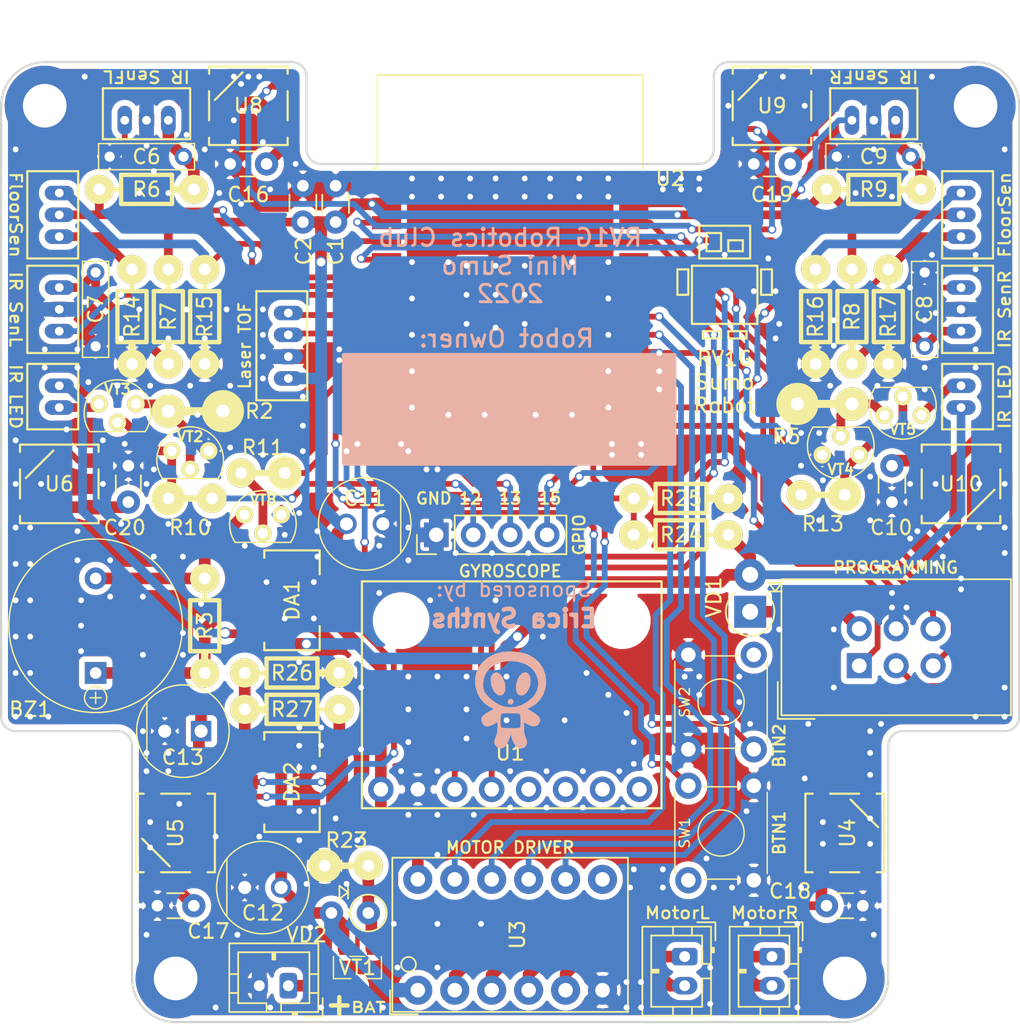
<source format=kicad_pcb>
(kicad_pcb (version 20171130) (host pcbnew "(5.1.5-0-10_14)")
  (layers (0 F.Cu signal) (31 B.Cu signal) (34 B.Paste user) (35 F.Paste user) (36 B.SilkS user) (37 F.SilkS user) (38 B.Mask user) (39 F.Mask user) (44 Edge.Cuts user))
  (net 0 "")
  (net 1 GND)
  (net 2 +3V3)
  (net 3 "Net-(U5-Pad2)")
  (net 4 "Net-(U6-Pad2)")
  (net 5 "Net-(U8-Pad2)")
  (net 6 "Net-(J1-Pad1)")
  (net 7 "Net-(C6-Pad1)")
  (net 8 "Net-(C7-Pad1)")
  (net 9 "Net-(C8-Pad1)")
  (net 10 "Net-(C9-Pad1)")
  (net 11 FLR_SENSOR_1)
  (net 12 "Net-(J2-Pad1)")
  (net 13 FLR_SENSOR_2)
  (net 14 V_BAT)
  (net 15 IR_38KHZ)
  (net 16 V_LED)
  (net 17 "Net-(DA2-Pad1)")
  (net 18 "Net-(R23-Pad2)")
  (net 19 ADC_BAT)
  (net 20 "Net-(U10-Pad4)")
  (net 21 "Net-(R2-Pad2)")
  (net 22 "Net-(R10-Pad1)")
  (net 23 "Net-(R5-Pad2)")
  (net 24 "Net-(R13-Pad1)")
  (net 25 "Net-(J12-Pad1)")
  (net 26 "Net-(J13-Pad1)")
  (net 27 "Net-(J14-Pad1)")
  (net 28 "Net-(J14-Pad2)")
  (net 29 "Net-(J15-Pad1)")
  (net 30 "Net-(J15-Pad2)")
  (net 31 IR_SENSOR_2)
  (net 32 IR_SENSOR_1)
  (net 33 IR_SENSOR_4)
  (net 34 /MOTOR1_1)
  (net 35 /MOTOR1_2)
  (net 36 /MOTOR2_2)
  (net 37 /MOTOR2_1)
  (net 38 LED_DATA)
  (net 39 /GYRO_INT)
  (net 40 "Net-(BZ1-Pad2)")
  (net 41 BUZZER)
  (net 42 "Net-(R11-Pad2)")
  (net 43 BUTTON1)
  (net 44 BUTTON2)
  (net 45 /GYRO_SCL)
  (net 46 /GYRO_SDA)
  (net 47 /LASER_SCL)
  (net 48 /LASER_SDA)
  (net 49 "Net-(SW1-Pad1)")
  (net 50 "Net-(SW2-Pad1)")
  (net 51 "Net-(U2-Pad32)")
  (net 52 "Net-(U2-Pad22)")
  (net 53 "Net-(U2-Pad21)")
  (net 54 "Net-(U2-Pad20)")
  (net 55 "Net-(U2-Pad19)")
  (net 56 "Net-(U2-Pad18)")
  (net 57 "Net-(U2-Pad17)")
  (net 58 "Net-(U10-Pad2)")
  (net 59 /TXD)
  (net 60 /RXD)
  (net 61 /BOOT)
  (net 62 "Net-(J8-Pad1)")
  (net 63 "Net-(U1-Pad5)")
  (net 64 "Net-(U1-Pad6)")
  (net 65 "Net-(U1-Pad7)")
  (net 66 +5V)
  (net 67 /EN)
  (net 68 "Net-(U4-Pad2)")
  (net 69 "Net-(U3-Pad7)")
  (net 70 IR_SENSOR_3)
  (net 71 /GPIO13)
  (net 72 /GPIO12)
  (net 73 /GPIO15)
  (module janis:erica_logo (layer B.Cu) (at 120 78.5 180)
    (fp_text reference G*** hide)
    (fp_text value LOGO hide)
  )
  (module Connector_PinHeader_2.54mm:PinHeader_1x04_P2.54mm_Vertical (layer F.Cu) (at 114.92 66.5 90)
    (fp_text reference J10 hide)
    (fp_text value Conn_01x04)
    (pad 4 thru_hole oval (at 0 7.62 90) (size 1.7 1.7) (drill 1) (layers *.Cu *.Mask) (net 73 /GPIO15))
    (pad 3 thru_hole oval (at 0 5.08 90) (size 1.7 1.7) (drill 1) (layers *.Cu *.Mask) (net 71 /GPIO13))
    (pad 2 thru_hole oval (at 0 2.54 90) (size 1.7 1.7) (drill 1) (layers *.Cu *.Mask) (net 72 /GPIO12))
    (pad 1 thru_hole rect (at 0 0 90) (size 1.7 1.7) (drill 1) (layers *.Cu *.Mask) (net 1 GND))
  )
  (module janis:JST-B4B-ZR (layer F.Cu) (at 104.75 53.5 90)
    (fp_text reference J3 hide)
    (fp_text value Conn_01x04)
    (pad 4 thru_hole oval (at 2.25 0 90) (size 1 2) (drill 0.6) (layers *.Cu *.Mask) (net 48 /LASER_SDA))
    (pad 3 thru_hole oval (at 0.75 0 90) (size 1 2) (drill 0.6) (layers *.Cu *.Mask) (net 47 /LASER_SCL))
    (pad 2 thru_hole oval (at -0.75 0 90) (size 1 2) (drill 0.6) (layers *.Cu *.Mask) (net 1 GND))
    (pad 1 thru_hole oval (at -2.25 0 90) (size 1 2) (drill 0.6) (layers *.Cu *.Mask) (net 2 +3V3))
  )
  (module Capacitor_THT:C_Disc_D3.0mm_W1.6mm_P2.50mm (layer F.Cu) (at 105.75 45 90)
    (fp_text reference C2 (at -2 0.05 90) (layer F.SilkS))
    (fp_text value 0.1uF)
    (pad 2 thru_hole circle (at 2.5 0 90) (size 1.6 1.6) (drill 0.8) (layers *.Cu *.Mask) (net 1 GND))
    (pad 1 thru_hole circle (at 0 0 90) (size 1.6 1.6) (drill 0.8) (layers *.Cu *.Mask) (net 2 +3V3))
  )
  (module Capacitor_THT:C_Disc_D3.0mm_W1.6mm_P2.50mm (layer F.Cu) (at 108 45 90)
    (fp_text reference C1 (at -2 0 90) (layer F.SilkS))
    (fp_text value 0.1uF)
    (pad 2 thru_hole circle (at 2.5 0 90) (size 1.6 1.6) (drill 0.8) (layers *.Cu *.Mask) (net 1 GND))
    (pad 1 thru_hole circle (at 0 0 90) (size 1.6 1.6) (drill 0.8) (layers *.Cu *.Mask) (net 2 +3V3))
  )
  (module Capacitor_THT:C_Disc_D3.0mm_W1.6mm_P2.50mm (layer F.Cu) (at 146.25 61.75 270)
    (fp_text reference C10 (at 4.25 0.05 180) (layer F.SilkS))
    (fp_text value 0.1uF)
    (pad 2 thru_hole circle (at 2.5 0 270) (size 1.6 1.6) (drill 0.8) (layers *.Cu *.Mask) (net 1 GND))
    (pad 1 thru_hole circle (at 0 0 270) (size 1.6 1.6) (drill 0.8) (layers *.Cu *.Mask) (net 16 V_LED))
  )
  (module janis:R_W8_THT_Hor (layer F.Cu) (at 105 78.5)
    (fp_text reference R27 (at 0 0) (layer F.SilkS))
    (fp_text value 470R hide)
    (pad 2 thru_hole circle (at 3.25 0) (size 2 2) (drill 0.8) (layers *.Cu *.Mask F.SilkS) (net 16 V_LED))
    (pad 1 thru_hole circle (at -3.25 0) (size 2 2) (drill 0.8) (layers *.Cu *.Mask F.SilkS) (net 17 "Net-(DA2-Pad1)"))
  )
  (module janis:R_W8_THT_Hor (layer F.Cu) (at 105 76 180)
    (fp_text reference R26 (at 0 0) (layer F.SilkS))
    (fp_text value 1k hide)
    (pad 2 thru_hole circle (at 3.25 0 180) (size 2 2) (drill 0.8) (layers *.Cu *.Mask F.SilkS) (net 17 "Net-(DA2-Pad1)"))
    (pad 1 thru_hole circle (at -3.25 0 180) (size 2 2) (drill 0.8) (layers *.Cu *.Mask F.SilkS) (net 1 GND))
  )
  (module janis:DRV8837_MODULE (layer F.Cu) (at 120 94 90)
    (fp_text reference U3 (at 0 0.5 90) (layer F.SilkS))
    (fp_text value DRV8837_MODULE)
    (pad 9 thru_hole circle (at 3.81 1.27 90) (size 2 2) (drill 1) (layers *.Cu *.Mask) (net 35 /MOTOR1_2))
    (pad 10 thru_hole circle (at 3.81 -1.27 90) (size 2 2) (drill 1) (layers *.Cu *.Mask) (net 36 /MOTOR2_2))
    (pad 8 thru_hole circle (at 3.81 3.81 90) (size 2 2) (drill 1) (layers *.Cu *.Mask) (net 37 /MOTOR2_1))
    (pad 12 thru_hole circle (at 3.81 -6.35 90) (size 2 2) (drill 1) (layers *.Cu *.Mask) (net 2 +3V3))
    (pad 7 thru_hole circle (at 3.81 6.35 90) (size 2 2) (drill 1) (layers *.Cu *.Mask) (net 69 "Net-(U3-Pad7)"))
    (pad 11 thru_hole circle (at 3.81 -3.81 90) (size 2 2) (drill 1) (layers *.Cu *.Mask) (net 34 /MOTOR1_1))
    (pad 6 thru_hole circle (at -3.81 6.35 90) (size 2 2) (drill 1) (layers *.Cu *.Mask) (net 1 GND))
    (pad 5 thru_hole circle (at -3.81 3.81 90) (size 2 2) (drill 1) (layers *.Cu *.Mask) (net 30 "Net-(J15-Pad2)"))
    (pad 4 thru_hole circle (at -3.81 1.27 90) (size 2 2) (drill 1) (layers *.Cu *.Mask) (net 29 "Net-(J15-Pad1)"))
    (pad 1 thru_hole circle (at -3.81 -6.35 90) (size 2 2) (drill 1) (layers *.Cu *.Mask) (net 14 V_BAT))
    (pad 2 thru_hole circle (at -3.81 -3.81 90) (size 2 2) (drill 1) (layers *.Cu *.Mask) (net 27 "Net-(J14-Pad1)"))
    (pad 3 thru_hole circle (at -3.81 -1.27 90) (size 2 2) (drill 1) (layers *.Cu *.Mask) (net 28 "Net-(J14-Pad2)"))
  )
  (module janis:MPU6050 (layer F.Cu) (at 120 84)
    (fp_text reference U1 (at 0 -2.5) (layer F.SilkS))
    (fp_text value MPU6050_MOD)
    (pad 1 thru_hole circle (at -8.89 0) (size 1.75 1.75) (drill 1) (layers *.Cu *.Mask) (net 2 +3V3))
    (pad "" np_thru_hole circle (at -7.49 -11.6) (size 3.1 3.1) (drill 3.1) (layers *.Cu *.Mask))
    (pad "" np_thru_hole circle (at 7.71 -11.6) (size 3.1 3.1) (drill 3.1) (layers *.Cu *.Mask))
    (pad 2 thru_hole circle (at -6.35 0) (size 1.75 1.75) (drill 1) (layers *.Cu *.Mask) (net 1 GND))
    (pad 3 thru_hole circle (at -3.81 0) (size 1.75 1.75) (drill 1) (layers *.Cu *.Mask) (net 45 /GYRO_SCL))
    (pad 4 thru_hole circle (at -1.27 0) (size 1.75 1.75) (drill 1) (layers *.Cu *.Mask) (net 46 /GYRO_SDA))
    (pad 5 thru_hole circle (at 1.27 0) (size 1.75 1.75) (drill 1) (layers *.Cu *.Mask) (net 63 "Net-(U1-Pad5)"))
    (pad 6 thru_hole circle (at 3.81 0) (size 1.75 1.75) (drill 1) (layers *.Cu *.Mask) (net 64 "Net-(U1-Pad6)"))
    (pad 7 thru_hole circle (at 6.35 0) (size 1.75 1.75) (drill 1) (layers *.Cu *.Mask) (net 65 "Net-(U1-Pad7)"))
    (pad 8 thru_hole circle (at 8.89 0) (size 1.75 1.75) (drill 1) (layers *.Cu *.Mask) (net 39 /GYRO_INT))
  )
  (module janis:R_W8_THT_Hor (layer F.Cu) (at 99 72.75 90)
    (fp_text reference R3 (at 0 0 90) (layer F.SilkS))
    (fp_text value 10k hide)
    (pad 2 thru_hole circle (at 3.25 0 90) (size 2 2) (drill 0.8) (layers *.Cu *.Mask F.SilkS) (net 40 "Net-(BZ1-Pad2)"))
    (pad 1 thru_hole circle (at -3.25 0 90) (size 2 2) (drill 0.8) (layers *.Cu *.Mask F.SilkS) (net 2 +3V3))
  )
  (module janis:WS2812B (layer F.Cu) (at 143 87 90)
    (fp_text reference U4 (at 0 0.2 270) (layer F.SilkS))
    (fp_text value WS2812B)
    (pad 3 smd rect (at 2.45 1.6 90) (size 1.5 1) (layers F.Cu F.Paste F.Mask) (net 1 GND))
    (pad 2 smd rect (at -2.45 1.6 90) (size 1.5 1) (layers F.Cu F.Paste F.Mask) (net 68 "Net-(U4-Pad2)"))
    (pad 4 smd rect (at 2.45 -1.6 90) (size 1.5 1) (layers F.Cu F.Paste F.Mask) (net 58 "Net-(U10-Pad2)"))
    (pad 1 smd rect (at -2.45 -1.6 90) (size 1.5 1) (layers F.Cu F.Paste F.Mask) (net 16 V_LED))
  )
  (module Connector_IDC:IDC-Header_2x03_P2.54mm_Vertical (layer F.Cu) (at 144 75.5 90)
    (fp_text reference J9 hide)
    (fp_text value Conn_02x03_Odd_Even)
    (pad 6 thru_hole oval (at 2.54 5.08 90) (size 1.7272 1.7272) (drill 1.016) (layers *.Cu *.Mask) (net 61 /BOOT))
    (pad 5 thru_hole oval (at 0 5.08 90) (size 1.7272 1.7272) (drill 1.016) (layers *.Cu *.Mask) (net 60 /RXD))
    (pad 4 thru_hole oval (at 2.54 2.54 90) (size 1.7272 1.7272) (drill 1.016) (layers *.Cu *.Mask) (net 1 GND))
    (pad 3 thru_hole oval (at 0 2.54 90) (size 1.7272 1.7272) (drill 1.016) (layers *.Cu *.Mask) (net 59 /TXD))
    (pad 2 thru_hole oval (at 2.54 0 90) (size 1.7272 1.7272) (drill 1.016) (layers *.Cu *.Mask) (net 66 +5V))
    (pad 1 thru_hole rect (at 0 0 90) (size 1.7272 1.7272) (drill 1.016) (layers *.Cu *.Mask) (net 67 /EN))
  )
  (module connectors:1PIN (layer F.Cu) (at 143 97)
    (fp_text reference X** hide)
    (fp_text value 1PIN hide)
    (pad "" thru_hole circle (at 0 0) (size 5.5 5.5) (drill 3) (layers *.Cu *.Mask) (net 1 GND))
  )
  (module janis:JST-B2B-ZR (layer F.Cu) (at 151 57 270)
    (fp_text reference J13 hide)
    (fp_text value "IR LED")
    (pad 2 thru_hole oval (at 0.75 0 270) (size 1 2) (drill 0.6) (layers *.Cu *.Mask) (net 14 V_BAT))
    (pad 1 thru_hole oval (at -0.75 0 270) (size 1 2) (drill 0.6) (layers *.Cu *.Mask) (net 26 "Net-(J13-Pad1)"))
  )
  (module janis:JST-B2B-ZR (layer F.Cu) (at 89 57 90)
    (fp_text reference J12 hide)
    (fp_text value "IR LED")
    (pad 2 thru_hole oval (at 0.75 0 90) (size 1 2) (drill 0.6) (layers *.Cu *.Mask) (net 14 V_BAT))
    (pad 1 thru_hole oval (at -0.75 0 90) (size 1 2) (drill 0.6) (layers *.Cu *.Mask) (net 25 "Net-(J12-Pad1)"))
  )
  (module janis:JST-B3B-ZR (layer F.Cu) (at 145 38)
    (fp_text reference J7 hide)
    (fp_text value "IR Sensor 4")
    (pad 3 thru_hole oval (at 1.5 0) (size 1 2) (drill 0.6) (layers *.Cu *.Mask) (net 10 "Net-(C9-Pad1)"))
    (pad 2 thru_hole oval (at 0 0) (size 1 2) (drill 0.6) (layers *.Cu *.Mask) (net 1 GND))
    (pad 1 thru_hole oval (at -1.5 0) (size 1 2) (drill 0.6) (layers *.Cu *.Mask) (net 70 IR_SENSOR_3))
  )
  (module janis:JST-B3B-ZR (layer F.Cu) (at 151 51 270)
    (fp_text reference J6 hide)
    (fp_text value "IR Sensor 5")
    (pad 3 thru_hole oval (at 1.5 0 270) (size 1 2) (drill 0.6) (layers *.Cu *.Mask) (net 9 "Net-(C8-Pad1)"))
    (pad 2 thru_hole oval (at 0 0 270) (size 1 2) (drill 0.6) (layers *.Cu *.Mask) (net 1 GND))
    (pad 1 thru_hole oval (at -1.5 0 270) (size 1 2) (drill 0.6) (layers *.Cu *.Mask) (net 33 IR_SENSOR_4))
  )
  (module janis:JST-B3B-ZR (layer F.Cu) (at 95 38)
    (fp_text reference J5 hide)
    (fp_text value "IR Sensor 2")
    (pad 3 thru_hole oval (at 1.5 0) (size 1 2) (drill 0.6) (layers *.Cu *.Mask) (net 7 "Net-(C6-Pad1)"))
    (pad 2 thru_hole oval (at 0 0) (size 1 2) (drill 0.6) (layers *.Cu *.Mask) (net 1 GND))
    (pad 1 thru_hole oval (at -1.5 0) (size 1 2) (drill 0.6) (layers *.Cu *.Mask) (net 31 IR_SENSOR_2))
  )
  (module janis:JST-B3B-ZR (layer F.Cu) (at 89 51 90)
    (fp_text reference J4 hide)
    (fp_text value "IR Sensor 1")
    (pad 3 thru_hole oval (at 1.5 0 90) (size 1 2) (drill 0.6) (layers *.Cu *.Mask) (net 8 "Net-(C7-Pad1)"))
    (pad 2 thru_hole oval (at 0 0 90) (size 1 2) (drill 0.6) (layers *.Cu *.Mask) (net 1 GND))
    (pad 1 thru_hole oval (at -1.5 0 90) (size 1 2) (drill 0.6) (layers *.Cu *.Mask) (net 32 IR_SENSOR_1))
  )
  (module janis:JST-B3B-ZR (layer F.Cu) (at 151 44.5 270)
    (fp_text reference J2 hide)
    (fp_text value "Floor Sensor 2")
    (pad 3 thru_hole oval (at 1.5 0 270) (size 1 2) (drill 0.6) (layers *.Cu *.Mask) (net 13 FLR_SENSOR_2))
    (pad 2 thru_hole oval (at 0 0 270) (size 1 2) (drill 0.6) (layers *.Cu *.Mask) (net 2 +3V3))
    (pad 1 thru_hole oval (at -1.5 0 270) (size 1 2) (drill 0.6) (layers *.Cu *.Mask) (net 12 "Net-(J2-Pad1)"))
  )
  (module janis:JST-B3B-ZR (layer F.Cu) (at 89 44.5 90)
    (fp_text reference J1 hide)
    (fp_text value "Floor Sensor 1")
    (pad 3 thru_hole oval (at 1.5 0 90) (size 1 2) (drill 0.6) (layers *.Cu *.Mask) (net 11 FLR_SENSOR_1))
    (pad 2 thru_hole oval (at 0 0 90) (size 1 2) (drill 0.6) (layers *.Cu *.Mask) (net 2 +3V3))
    (pad 1 thru_hole oval (at -1.5 0 90) (size 1 2) (drill 0.6) (layers *.Cu *.Mask) (net 6 "Net-(J1-Pad1)"))
  )
  (module connectors:1PIN (layer F.Cu) (at 97 97)
    (fp_text reference X** hide)
    (fp_text value 1PIN hide)
    (pad "" thru_hole circle (at 0 0) (size 5.5 5.5) (drill 3) (layers *.Cu *.Mask) (net 1 GND))
  )
  (module Connector_JST:JST_PH_B2B-PH-K_1x02_P2.00mm_Vertical (layer F.Cu) (at 132 95.5 270)
    (fp_text reference J15 hide)
    (fp_text value MOTOR2)
    (pad 2 thru_hole oval (at 2 0 270) (size 1.2 1.75) (drill 0.75) (layers *.Cu *.Mask) (net 30 "Net-(J15-Pad2)"))
    (pad 1 thru_hole roundrect (at 0 0 270) (size 1.2 1.75) (drill 0.75) (layers *.Cu *.Mask) (roundrect_rratio 0.208333) (net 29 "Net-(J15-Pad1)"))
  )
  (module Connector_JST:JST_PH_B2B-PH-K_1x02_P2.00mm_Vertical (layer F.Cu) (at 138 95.5 270)
    (fp_text reference J14 hide)
    (fp_text value MOTOR1)
    (pad 2 thru_hole oval (at 2 0 270) (size 1.2 1.75) (drill 0.75) (layers *.Cu *.Mask) (net 28 "Net-(J14-Pad2)"))
    (pad 1 thru_hole roundrect (at 0 0 270) (size 1.2 1.75) (drill 0.75) (layers *.Cu *.Mask) (roundrect_rratio 0.208333) (net 27 "Net-(J14-Pad1)"))
  )
  (module Connector_JST:JST_PH_B2B-PH-K_1x02_P2.00mm_Vertical (layer F.Cu) (at 104.75 97.5 180)
    (fp_text reference J8 hide)
    (fp_text value BATTERY)
    (pad 2 thru_hole oval (at 2 0 180) (size 1.2 1.75) (drill 0.75) (layers *.Cu *.Mask) (net 1 GND))
    (pad 1 thru_hole roundrect (at 0 0 180) (size 1.2 1.75) (drill 0.75) (layers *.Cu *.Mask) (roundrect_rratio 0.208333) (net 62 "Net-(J8-Pad1)"))
  )
  (module connectors:1PIN (layer F.Cu) (at 88 37)
    (fp_text reference X** hide)
    (fp_text value 1PIN hide)
    (pad "" thru_hole circle (at 0 0) (size 5.5 5.5) (drill 3) (layers *.Cu *.Mask) (net 1 GND))
  )
  (module connectors:1PIN (layer F.Cu) (at 152 37)
    (fp_text reference X** hide)
    (fp_text value 1PIN hide)
    (pad "" thru_hole circle (at 0 0) (size 5.5 5.5) (drill 3) (layers *.Cu *.Mask) (net 1 GND))
  )
  (module RF_Module:ESP32-WROOM-32 (layer F.Cu) (at 120 50.755)
    (fp_text reference U2 (at 11 -8.755 180) (layer F.SilkS))
    (fp_text value ESP32-WROOM-32D)
    (pad 38 smd rect (at 8.5 -8.255) (size 2 0.9) (layers F.Cu F.Paste F.Mask) (net 1 GND))
    (pad 37 smd rect (at 8.5 -6.985) (size 2 0.9) (layers F.Cu F.Paste F.Mask) (net 70 IR_SENSOR_3))
    (pad 36 smd rect (at 8.5 -5.715) (size 2 0.9) (layers F.Cu F.Paste F.Mask) (net 45 /GYRO_SCL))
    (pad 35 smd rect (at 8.5 -4.445) (size 2 0.9) (layers F.Cu F.Paste F.Mask) (net 59 /TXD))
    (pad 34 smd rect (at 8.5 -3.175) (size 2 0.9) (layers F.Cu F.Paste F.Mask) (net 60 /RXD))
    (pad 33 smd rect (at 8.5 -1.905) (size 2 0.9) (layers F.Cu F.Paste F.Mask) (net 46 /GYRO_SDA))
    (pad 32 smd rect (at 8.5 -0.635) (size 2 0.9) (layers F.Cu F.Paste F.Mask) (net 51 "Net-(U2-Pad32)"))
    (pad 31 smd rect (at 8.5 0.635) (size 2 0.9) (layers F.Cu F.Paste F.Mask) (net 37 /MOTOR2_1))
    (pad 30 smd rect (at 8.5 1.905) (size 2 0.9) (layers F.Cu F.Paste F.Mask) (net 35 /MOTOR1_2))
    (pad 29 smd rect (at 8.5 3.175) (size 2 0.9) (layers F.Cu F.Paste F.Mask) (net 15 IR_38KHZ))
    (pad 28 smd rect (at 8.5 4.445) (size 2 0.9) (layers F.Cu F.Paste F.Mask) (net 36 /MOTOR2_2))
    (pad 27 smd rect (at 8.5 5.715) (size 2 0.9) (layers F.Cu F.Paste F.Mask) (net 34 /MOTOR1_1))
    (pad 26 smd rect (at 8.5 6.985) (size 2 0.9) (layers F.Cu F.Paste F.Mask) (net 33 IR_SENSOR_4))
    (pad 25 smd rect (at 8.5 8.255) (size 2 0.9) (layers F.Cu F.Paste F.Mask) (net 61 /BOOT))
    (pad 24 smd rect (at 5.715 9.255 90) (size 2 0.9) (layers F.Cu F.Paste F.Mask) (net 19 ADC_BAT))
    (pad 23 smd rect (at 4.445 9.255 90) (size 2 0.9) (layers F.Cu F.Paste F.Mask) (net 73 /GPIO15))
    (pad 22 smd rect (at 3.175 9.255 90) (size 2 0.9) (layers F.Cu F.Paste F.Mask) (net 52 "Net-(U2-Pad22)"))
    (pad 21 smd rect (at 1.905 9.255 90) (size 2 0.9) (layers F.Cu F.Paste F.Mask) (net 53 "Net-(U2-Pad21)"))
    (pad 20 smd rect (at 0.635 9.255 90) (size 2 0.9) (layers F.Cu F.Paste F.Mask) (net 54 "Net-(U2-Pad20)"))
    (pad 19 smd rect (at -0.635 9.255 90) (size 2 0.9) (layers F.Cu F.Paste F.Mask) (net 55 "Net-(U2-Pad19)"))
    (pad 18 smd rect (at -1.905 9.255 90) (size 2 0.9) (layers F.Cu F.Paste F.Mask) (net 56 "Net-(U2-Pad18)"))
    (pad 17 smd rect (at -3.175 9.255 90) (size 2 0.9) (layers F.Cu F.Paste F.Mask) (net 57 "Net-(U2-Pad17)"))
    (pad 16 smd rect (at -4.445 9.255 90) (size 2 0.9) (layers F.Cu F.Paste F.Mask) (net 71 /GPIO13))
    (pad 15 smd rect (at -5.715 9.255 90) (size 2 0.9) (layers F.Cu F.Paste F.Mask) (net 1 GND))
    (pad 14 smd rect (at -8.5 8.255) (size 2 0.9) (layers F.Cu F.Paste F.Mask) (net 72 /GPIO12))
    (pad 13 smd rect (at -8.5 6.985) (size 2 0.9) (layers F.Cu F.Paste F.Mask) (net 38 LED_DATA))
    (pad 12 smd rect (at -8.5 5.715) (size 2 0.9) (layers F.Cu F.Paste F.Mask) (net 44 BUTTON2))
    (pad 11 smd rect (at -8.5 4.445) (size 2 0.9) (layers F.Cu F.Paste F.Mask) (net 43 BUTTON1))
    (pad 10 smd rect (at -8.5 3.175) (size 2 0.9) (layers F.Cu F.Paste F.Mask) (net 41 BUZZER))
    (pad 9 smd rect (at -8.5 1.905) (size 2 0.9) (layers F.Cu F.Paste F.Mask) (net 47 /LASER_SCL))
    (pad 8 smd rect (at -8.5 0.635) (size 2 0.9) (layers F.Cu F.Paste F.Mask) (net 48 /LASER_SDA))
    (pad 7 smd rect (at -8.5 -0.635) (size 2 0.9) (layers F.Cu F.Paste F.Mask) (net 32 IR_SENSOR_1))
    (pad 6 smd rect (at -8.5 -1.905) (size 2 0.9) (layers F.Cu F.Paste F.Mask) (net 31 IR_SENSOR_2))
    (pad 5 smd rect (at -8.5 -3.175) (size 2 0.9) (layers F.Cu F.Paste F.Mask) (net 13 FLR_SENSOR_2))
    (pad 4 smd rect (at -8.5 -4.445) (size 2 0.9) (layers F.Cu F.Paste F.Mask) (net 11 FLR_SENSOR_1))
    (pad 3 smd rect (at -8.5 -5.715) (size 2 0.9) (layers F.Cu F.Paste F.Mask) (net 67 /EN))
    (pad 2 smd rect (at -8.5 -6.985) (size 2 0.9) (layers F.Cu F.Paste F.Mask) (net 2 +3V3))
    (pad 1 smd rect (at -8.5 -8.255) (size 2 0.9) (layers F.Cu F.Paste F.Mask) (net 1 GND))
    (pad 39 smd rect (at -1 -0.755) (size 5 5) (layers F.Cu F.Paste F.Mask) (net 1 GND))
  )
  (module janis:R_W8_THT_Hor (layer F.Cu) (at 131.75 64 180)
    (fp_text reference R25 (at 0 0) (layer F.SilkS))
    (fp_text value 10k hide)
    (pad 1 thru_hole circle (at -3.25 0 180) (size 2 2) (drill 0.8) (layers *.Cu *.Mask F.SilkS) (net 1 GND))
    (pad 2 thru_hole circle (at 3.25 0 180) (size 2 2) (drill 0.8) (layers *.Cu *.Mask F.SilkS) (net 19 ADC_BAT))
  )
  (module janis:R_W8_THT_Hor (layer F.Cu) (at 131.75 66.5)
    (fp_text reference R24 (at 0 0 180) (layer F.SilkS))
    (fp_text value 10k hide)
    (pad 1 thru_hole circle (at -3.25 0) (size 2 2) (drill 0.8) (layers *.Cu *.Mask F.SilkS) (net 19 ADC_BAT))
    (pad 2 thru_hole circle (at 3.25 0) (size 2 2) (drill 0.8) (layers *.Cu *.Mask F.SilkS) (net 14 V_BAT))
  )
  (module janis:R_W8_THT_Hor (layer F.Cu) (at 146 51.5 90)
    (fp_text reference R17 (at 0 0 90) (layer F.SilkS))
    (fp_text value 10k hide)
    (pad 1 thru_hole circle (at -3.25 0 90) (size 2 2) (drill 0.8) (layers *.Cu *.Mask F.SilkS) (net 1 GND))
    (pad 2 thru_hole circle (at 3.25 0 90) (size 2 2) (drill 0.8) (layers *.Cu *.Mask F.SilkS) (net 13 FLR_SENSOR_2))
  )
  (module janis:R_W8_THT_Hor (layer F.Cu) (at 141 51.5 90)
    (fp_text reference R16 (at 0 0 90) (layer F.SilkS))
    (fp_text value 330R hide)
    (pad 1 thru_hole circle (at -3.25 0 90) (size 2 2) (drill 0.8) (layers *.Cu *.Mask F.SilkS) (net 1 GND))
    (pad 2 thru_hole circle (at 3.25 0 90) (size 2 2) (drill 0.8) (layers *.Cu *.Mask F.SilkS) (net 12 "Net-(J2-Pad1)"))
  )
  (module janis:R_W8_THT_Hor (layer F.Cu) (at 99 51.5 90)
    (fp_text reference R15 (at 0 0 90) (layer F.SilkS))
    (fp_text value 10k hide)
    (pad 1 thru_hole circle (at -3.25 0 90) (size 2 2) (drill 0.8) (layers *.Cu *.Mask F.SilkS) (net 1 GND))
    (pad 2 thru_hole circle (at 3.25 0 90) (size 2 2) (drill 0.8) (layers *.Cu *.Mask F.SilkS) (net 11 FLR_SENSOR_1))
  )
  (module janis:R_W8_THT_Hor (layer F.Cu) (at 94 51.5 90)
    (fp_text reference R14 (at 0 0 90) (layer F.SilkS))
    (fp_text value 330R hide)
    (pad 1 thru_hole circle (at -3.25 0 90) (size 2 2) (drill 0.8) (layers *.Cu *.Mask F.SilkS) (net 1 GND))
    (pad 2 thru_hole circle (at 3.25 0 90) (size 2 2) (drill 0.8) (layers *.Cu *.Mask F.SilkS) (net 6 "Net-(J1-Pad1)"))
  )
  (module janis:R_W8_THT_Hor (layer F.Cu) (at 145 42.75 180)
    (fp_text reference R9 (at 0 0 180) (layer F.SilkS))
    (fp_text value 100R hide)
    (pad 1 thru_hole circle (at -3.25 0 180) (size 2 2) (drill 0.8) (layers *.Cu *.Mask F.SilkS) (net 10 "Net-(C9-Pad1)"))
    (pad 2 thru_hole circle (at 3.25 0 180) (size 2 2) (drill 0.8) (layers *.Cu *.Mask F.SilkS) (net 2 +3V3))
  )
  (module janis:R_W8_THT_Hor (layer F.Cu) (at 143.5 51.5 90)
    (fp_text reference R8 (at 0 0 90) (layer F.SilkS))
    (fp_text value 100R hide)
    (pad 1 thru_hole circle (at -3.25 0 90) (size 2 2) (drill 0.8) (layers *.Cu *.Mask F.SilkS) (net 9 "Net-(C8-Pad1)"))
    (pad 2 thru_hole circle (at 3.25 0 90) (size 2 2) (drill 0.8) (layers *.Cu *.Mask F.SilkS) (net 2 +3V3))
  )
  (module janis:R_W8_THT_Hor (layer F.Cu) (at 96.5 51.5 90)
    (fp_text reference R7 (at 0 0 90) (layer F.SilkS))
    (fp_text value 100R hide)
    (pad 1 thru_hole circle (at -3.25 0 90) (size 2 2) (drill 0.8) (layers *.Cu *.Mask F.SilkS) (net 8 "Net-(C7-Pad1)"))
    (pad 2 thru_hole circle (at 3.25 0 90) (size 2 2) (drill 0.8) (layers *.Cu *.Mask F.SilkS) (net 2 +3V3))
  )
  (module janis:R_W8_THT_Hor (layer F.Cu) (at 95 42.75 180)
    (fp_text reference R6 (at 0 0 180) (layer F.SilkS))
    (fp_text value 100R hide)
    (pad 1 thru_hole circle (at -3.25 0 180) (size 2 2) (drill 0.8) (layers *.Cu *.Mask F.SilkS) (net 7 "Net-(C6-Pad1)"))
    (pad 2 thru_hole circle (at 3.25 0 180) (size 2 2) (drill 0.8) (layers *.Cu *.Mask F.SilkS) (net 2 +3V3))
  )
  (module Capacitors_THT:C_Disc_D3.0mm_W1.6mm_P2.50mm (layer F.Cu) (at 93.75 64.25 90)
    (fp_text reference C20 (at -1.75 -0.25 180) (layer F.SilkS))
    (fp_text value 0.1uF)
    (pad 1 thru_hole circle (at 0 0 90) (size 1.6 1.6) (drill 0.8) (layers *.Cu *.Mask) (net 16 V_LED))
    (pad 2 thru_hole circle (at 2.5 0 90) (size 1.6 1.6) (drill 0.8) (layers *.Cu *.Mask) (net 1 GND))
  )
  (module Capacitors_THT:C_Disc_D3.0mm_W1.6mm_P2.50mm (layer F.Cu) (at 139.25 41 180)
    (fp_text reference C19 (at 1.25 -2.11 180) (layer F.SilkS))
    (fp_text value 0.1uF)
    (pad 1 thru_hole circle (at 0 0 180) (size 1.6 1.6) (drill 0.8) (layers *.Cu *.Mask) (net 16 V_LED))
    (pad 2 thru_hole circle (at 2.5 0 180) (size 1.6 1.6) (drill 0.8) (layers *.Cu *.Mask) (net 1 GND))
  )
  (module Capacitors_THT:C_Disc_D3.0mm_W1.6mm_P2.50mm (layer F.Cu) (at 141.75 92)
    (fp_text reference C18 (at -2.5 -1 180) (layer F.SilkS))
    (fp_text value 0.1uF)
    (pad 1 thru_hole circle (at 0 0) (size 1.6 1.6) (drill 0.8) (layers *.Cu *.Mask) (net 16 V_LED))
    (pad 2 thru_hole circle (at 2.5 0) (size 1.6 1.6) (drill 0.8) (layers *.Cu *.Mask) (net 1 GND))
  )
  (module Capacitors_THT:C_Disc_D3.0mm_W1.6mm_P2.50mm (layer F.Cu) (at 98.25 92 180)
    (fp_text reference C17 (at -1 -1.75 180) (layer F.SilkS))
    (fp_text value 0.1uF)
    (pad 1 thru_hole circle (at 0 0 180) (size 1.6 1.6) (drill 0.8) (layers *.Cu *.Mask) (net 16 V_LED))
    (pad 2 thru_hole circle (at 2.5 0 180) (size 1.6 1.6) (drill 0.8) (layers *.Cu *.Mask) (net 1 GND))
  )
  (module Capacitors_THT:C_Disc_D3.0mm_W1.6mm_P2.50mm (layer F.Cu) (at 103.25 41 180)
    (fp_text reference C16 (at 1.25 -2.11 180) (layer F.SilkS))
    (fp_text value 0.1uF)
    (pad 1 thru_hole circle (at 0 0 180) (size 1.6 1.6) (drill 0.8) (layers *.Cu *.Mask) (net 16 V_LED))
    (pad 2 thru_hole circle (at 2.5 0 180) (size 1.6 1.6) (drill 0.8) (layers *.Cu *.Mask) (net 1 GND))
  )
  (module active:SOT-223 (layer F.Cu) (at 105 83.5 270)
    (fp_text reference DA2)
    (fp_text value LM1117-ADJ)
    (fp_text user %R (at 0 0 90) (layer F.SilkS))
    (pad 1 smd rect (at -2.3 3.0988 270) (size 1 1.5) (layers F.Cu F.Paste F.Mask) (net 17 "Net-(DA2-Pad1)"))
    (pad 2 smd rect (at 0 3.0988 270) (size 1 1.5) (layers F.Cu F.Paste F.Mask) (net 16 V_LED))
    (pad 3 smd rect (at 2.3 3.0988 270) (size 1 1.5) (layers F.Cu F.Paste F.Mask) (net 14 V_BAT))
    (pad 2 smd rect (at 0 -3.0988 270) (size 3.3 1.5) (layers F.Cu F.Paste F.Mask) (net 16 V_LED))
  )
  (module janis:WS2812B (layer F.Cu) (at 97 87 270)
    (fp_text reference U5 (at 0 0 270) (layer F.SilkS))
    (fp_text value WS2812B)
    (pad 1 smd rect (at -2.45 -1.6 270) (size 1.5 1) (layers F.Cu F.Paste F.Mask) (net 16 V_LED))
    (pad 4 smd rect (at 2.45 -1.6 270) (size 1.5 1) (layers F.Cu F.Paste F.Mask) (net 38 LED_DATA))
    (pad 2 smd rect (at -2.45 1.6 270) (size 1.5 1) (layers F.Cu F.Paste F.Mask) (net 3 "Net-(U5-Pad2)"))
    (pad 3 smd rect (at 2.45 1.6 270) (size 1.5 1) (layers F.Cu F.Paste F.Mask) (net 1 GND))
  )
  (module janis:WS2812B (layer F.Cu) (at 89 63 180)
    (fp_text reference U6 (at 0 0 180) (layer F.SilkS))
    (fp_text value WS2812B)
    (pad 1 smd rect (at -2.45 -1.6 180) (size 1.5 1) (layers F.Cu F.Paste F.Mask) (net 16 V_LED))
    (pad 4 smd rect (at 2.45 -1.6 180) (size 1.5 1) (layers F.Cu F.Paste F.Mask) (net 3 "Net-(U5-Pad2)"))
    (pad 2 smd rect (at -2.45 1.6 180) (size 1.5 1) (layers F.Cu F.Paste F.Mask) (net 4 "Net-(U6-Pad2)"))
    (pad 3 smd rect (at 2.45 1.6 180) (size 1.5 1) (layers F.Cu F.Paste F.Mask) (net 1 GND))
  )
  (module janis:WS2812B (layer F.Cu) (at 102 37 180)
    (fp_text reference U8 (at 0 0 180) (layer F.SilkS))
    (fp_text value WS2812B)
    (pad 1 smd rect (at -2.45 -1.6 180) (size 1.5 1) (layers F.Cu F.Paste F.Mask) (net 16 V_LED))
    (pad 4 smd rect (at 2.45 -1.6 180) (size 1.5 1) (layers F.Cu F.Paste F.Mask) (net 4 "Net-(U6-Pad2)"))
    (pad 2 smd rect (at -2.45 1.6 180) (size 1.5 1) (layers F.Cu F.Paste F.Mask) (net 5 "Net-(U8-Pad2)"))
    (pad 3 smd rect (at 2.45 1.6 180) (size 1.5 1) (layers F.Cu F.Paste F.Mask) (net 1 GND))
  )
  (module janis:WS2812B (layer F.Cu) (at 138 37 180)
    (fp_text reference U9 (at 0 0) (layer F.SilkS))
    (fp_text value WS2812B)
    (pad 1 smd rect (at -2.45 -1.6 180) (size 1.5 1) (layers F.Cu F.Paste F.Mask) (net 16 V_LED))
    (pad 4 smd rect (at 2.45 -1.6 180) (size 1.5 1) (layers F.Cu F.Paste F.Mask) (net 5 "Net-(U8-Pad2)"))
    (pad 2 smd rect (at -2.45 1.6 180) (size 1.5 1) (layers F.Cu F.Paste F.Mask) (net 20 "Net-(U10-Pad4)"))
    (pad 3 smd rect (at 2.45 1.6 180) (size 1.5 1) (layers F.Cu F.Paste F.Mask) (net 1 GND))
  )
  (module passive:R_W4_THT_Vert (layer F.Cu) (at 100.25 58 180)
    (fp_text reference R2 (at -2.5 0) (layer F.SilkS))
    (fp_text value 100R hide)
    (pad 1 thru_hole circle (at 0 0 180) (size 2.3 2.3) (drill 0.9) (layers *.Cu *.Mask F.SilkS) (net 1 GND))
    (pad 2 thru_hole circle (at 3.75 0 180) (size 2.3 2.3) (drill 0.9) (layers *.Cu *.Mask F.SilkS) (net 21 "Net-(R2-Pad2)"))
  )
  (module passive:R_W4_THT_Vert (layer F.Cu) (at 139.75 57.5)
    (fp_text reference R5 (at -0.75 2.25 180) (layer F.SilkS))
    (fp_text value 100R hide)
    (pad 1 thru_hole circle (at 0 0) (size 2.3 2.3) (drill 0.9) (layers *.Cu *.Mask F.SilkS) (net 1 GND))
    (pad 2 thru_hole circle (at 3.75 0) (size 2.3 2.3) (drill 0.9) (layers *.Cu *.Mask F.SilkS) (net 23 "Net-(R5-Pad2)"))
  )
  (module passive:CE63x25 (layer F.Cu) (at 110 65.75)
    (fp_text reference C11)
    (fp_text value 10uF hide)
    (fp_text user %R (at 0 -1.75 180) (layer F.SilkS))
    (pad 1 thru_hole circle (at -1.25 0) (size 1.4 1.4) (drill 0.9) (layers *.Cu *.Mask) (net 2 +3V3))
    (pad 2 thru_hole circle (at 1.25 0) (size 1.4 1.4) (drill 0.9) (layers *.Cu *.Mask) (net 1 GND))
  )
  (module passive:CE63x25 (layer F.Cu) (at 103 90.75 180)
    (fp_text reference C12)
    (fp_text value 10uF hide)
    (fp_text user %R (at 0 -1.75 180) (layer F.SilkS))
    (pad 1 thru_hole circle (at -1.25 0 180) (size 1.4 1.4) (drill 0.9) (layers *.Cu *.Mask) (net 14 V_BAT))
    (pad 2 thru_hole circle (at 1.25 0 180) (size 1.4 1.4) (drill 0.9) (layers *.Cu *.Mask) (net 1 GND))
  )
  (module passive:CE63x25 (layer F.Cu) (at 97.5 80 180)
    (fp_text reference C13)
    (fp_text value 10uF hide)
    (fp_text user %R (at 0 -1.8 180) (layer F.SilkS))
    (pad 1 thru_hole rect (at -1.25 0 180) (size 1.4 1.4) (drill 0.9) (layers *.Cu *.Mask) (net 16 V_LED))
    (pad 2 thru_hole circle (at 1.25 0 180) (size 1.4 1.4) (drill 0.9) (layers *.Cu *.Mask) (net 1 GND))
  )
  (module active:SOT-223 (layer F.Cu) (at 105 71 270)
    (fp_text reference DA1)
    (fp_text value LM1117-3V3)
    (fp_text user %R (at 0 0 90) (layer F.SilkS))
    (pad 1 smd rect (at -2.3 3.0988 270) (size 1 1.5) (layers F.Cu F.Paste F.Mask) (net 1 GND))
    (pad 2 smd rect (at 0 3.0988 270) (size 1 1.5) (layers F.Cu F.Paste F.Mask) (net 2 +3V3))
    (pad 3 smd rect (at 2.3 3.0988 270) (size 1 1.5) (layers F.Cu F.Paste F.Mask) (net 14 V_BAT))
    (pad 2 smd rect (at 0 -3.0988 270) (size 3.3 1.5) (layers F.Cu F.Paste F.Mask) (net 2 +3V3))
  )
  (module electromechanics:6x6_SPST (layer F.Cu) (at 134.5 87 90)
    (fp_text reference SW1)
    (fp_text value BTN1)
    (fp_text user %R (at 0 -2.5 90) (layer F.SilkS) (effects (font (size 0.7 0.7) (thickness 0.1))))
    (pad 1 thru_hole circle (at -3.25 -2.25 90) (size 1.8 1.8) (drill 1) (layers *.Cu *.Mask F.Fab) (net 49 "Net-(SW1-Pad1)"))
    (pad 2 thru_hole circle (at 3.25 -2.25 90) (size 1.8 1.8) (drill 1) (layers *.Cu *.Mask F.Fab) (net 43 BUTTON1))
    (pad 3 thru_hole circle (at -3.25 2.25 90) (size 1.8 1.8) (drill 1) (layers *.Cu *.Mask F.Fab) (net 1 GND))
    (pad 4 thru_hole circle (at 3.25 2.25 90) (size 1.8 1.8) (drill 1) (layers *.Cu *.Mask F.Fab) (net 1 GND))
  )
  (module electromechanics:6x6_SPST (layer F.Cu) (at 134.5 78 270)
    (fp_text reference SW2)
    (fp_text value BTN2)
    (fp_text user %R (at 0 2.5 90) (layer F.SilkS) (effects (font (size 0.7 0.7) (thickness 0.1))))
    (pad 1 thru_hole circle (at -3.25 -2.25 270) (size 1.8 1.8) (drill 1) (layers *.Cu *.Mask F.Fab) (net 50 "Net-(SW2-Pad1)"))
    (pad 2 thru_hole circle (at 3.25 -2.25 270) (size 1.8 1.8) (drill 1) (layers *.Cu *.Mask F.Fab) (net 44 BUTTON2))
    (pad 3 thru_hole circle (at -3.25 2.25 270) (size 1.8 1.8) (drill 1) (layers *.Cu *.Mask F.Fab) (net 1 GND))
    (pad 4 thru_hole circle (at 3.25 2.25 270) (size 1.8 1.8) (drill 1) (layers *.Cu *.Mask F.Fab) (net 1 GND))
  )
  (module janis:WS2812B (layer F.Cu) (at 151 63)
    (fp_text reference U10 (at 0 0 180) (layer F.SilkS))
    (fp_text value WS2812B)
    (pad 1 smd rect (at -2.45 -1.6) (size 1.5 1) (layers F.Cu F.Paste F.Mask) (net 16 V_LED))
    (pad 4 smd rect (at 2.45 -1.6) (size 1.5 1) (layers F.Cu F.Paste F.Mask) (net 20 "Net-(U10-Pad4)"))
    (pad 2 smd rect (at -2.45 1.6) (size 1.5 1) (layers F.Cu F.Paste F.Mask) (net 58 "Net-(U10-Pad2)"))
    (pad 3 smd rect (at 2.45 1.6) (size 1.5 1) (layers F.Cu F.Paste F.Mask) (net 1 GND))
  )
  (module active:TO-92 (layer F.Cu) (at 98 61.365)
    (fp_text reference VT2)
    (fp_text value BC337)
    (fp_text user %R (at 0 -1.615) (layer F.SilkS) (effects (font (size 0.7 0.7))))
    (pad 2 thru_hole circle (at 0 0.635) (size 1.2 1.2) (drill 0.7) (layers *.Cu *.Mask F.SilkS) (net 21 "Net-(R2-Pad2)"))
    (pad 1 thru_hole circle (at -1.27 -0.635) (size 1.2 1.2) (drill 0.7) (layers *.Cu *.Mask F.SilkS) (net 22 "Net-(R10-Pad1)"))
    (pad 3 thru_hole circle (at 1.27 -0.635) (size 1.2 1.2) (drill 0.7) (layers *.Cu *.Mask F.SilkS) (net 1 GND))
  )
  (module active:TO-92 (layer F.Cu) (at 93 58.135)
    (fp_text reference VT3)
    (fp_text value 2N2222)
    (fp_text user %R (at 0 -1.635) (layer F.SilkS) (effects (font (size 0.7 0.7))))
    (pad 2 thru_hole circle (at 0 0.635) (size 1.2 1.2) (drill 0.7) (layers *.Cu *.Mask F.SilkS) (net 22 "Net-(R10-Pad1)"))
    (pad 1 thru_hole circle (at -1.27 -0.635) (size 1.2 1.2) (drill 0.7) (layers *.Cu *.Mask F.SilkS) (net 25 "Net-(J12-Pad1)"))
    (pad 3 thru_hole circle (at 1.27 -0.635) (size 1.2 1.2) (drill 0.7) (layers *.Cu *.Mask F.SilkS) (net 21 "Net-(R2-Pad2)"))
  )
  (module active:TO-92 (layer F.Cu) (at 142.73 60.365 180)
    (fp_text reference VT4)
    (fp_text value BC337)
    (fp_text user %R (at 0 -1.635 180) (layer F.SilkS) (effects (font (size 0.7 0.7))))
    (pad 2 thru_hole circle (at 0 0.635 180) (size 1.2 1.2) (drill 0.7) (layers *.Cu *.Mask F.SilkS) (net 23 "Net-(R5-Pad2)"))
    (pad 1 thru_hole circle (at -1.27 -0.635 180) (size 1.2 1.2) (drill 0.7) (layers *.Cu *.Mask F.SilkS) (net 24 "Net-(R13-Pad1)"))
    (pad 3 thru_hole circle (at 1.27 -0.635 180) (size 1.2 1.2) (drill 0.7) (layers *.Cu *.Mask F.SilkS) (net 1 GND))
  )
  (module active:TO-92 (layer F.Cu) (at 147 57.635 180)
    (fp_text reference VT5)
    (fp_text value 2N2222)
    (fp_text user %R (at 0 -1.615 180) (layer F.SilkS) (effects (font (size 0.7 0.7))))
    (pad 2 thru_hole circle (at 0 0.635 180) (size 1.2 1.2) (drill 0.7) (layers *.Cu *.Mask F.SilkS) (net 24 "Net-(R13-Pad1)"))
    (pad 1 thru_hole circle (at -1.27 -0.635 180) (size 1.2 1.2) (drill 0.7) (layers *.Cu *.Mask F.SilkS) (net 26 "Net-(J13-Pad1)"))
    (pad 3 thru_hole circle (at 1.27 -0.635 180) (size 1.2 1.2) (drill 0.7) (layers *.Cu *.Mask F.SilkS) (net 23 "Net-(R5-Pad2)"))
  )
  (module electromechanics:Beeper_12xx (layer F.Cu) (at 91.5 72.75 90)
    (fp_text reference BZ1)
    (fp_text value Buzzer)
    (fp_text user %R (at -5.75 -4.5) (layer F.SilkS))
    (pad 1 thru_hole rect (at -3.25 0 90) (size 1.5 1.5) (drill 0.8) (layers *.Cu *.Mask) (net 2 +3V3))
    (pad 2 thru_hole circle (at 3.25 0 90) (size 1.5 1.5) (drill 0.8) (layers *.Cu *.Mask) (net 40 "Net-(BZ1-Pad2)"))
  )
  (module active:SOT-23 (layer F.Cu) (at 109.5 96.25 180)
    (fp_text reference VT1)
    (fp_text value FDN360P)
    (fp_text user %R (at 0 0) (layer F.SilkS))
    (pad 1 smd rect (at -0.9525 1.27 180) (size 0.6 0.8) (layers F.Cu F.Paste F.Mask) (net 18 "Net-(R23-Pad2)"))
    (pad 2 smd rect (at 0.9525 1.27 180) (size 0.6 0.8) (layers F.Cu F.Paste F.Mask) (net 14 V_BAT))
    (pad 3 smd rect (at 0 -1.27 180) (size 0.6 0.8) (layers F.Cu F.Paste F.Mask) (net 62 "Net-(J8-Pad1)"))
  )
  (module passive:R_W8_THT_Vert (layer F.Cu) (at 107.25 89.25)
    (fp_text reference R23 (at 1.5 -1.75 180) (layer F.SilkS))
    (fp_text value 10k hide)
    (pad 1 thru_hole circle (at 0 0) (size 2 2) (drill 0.8) (layers *.Cu *.Mask F.SilkS) (net 1 GND))
    (pad 2 thru_hole circle (at 3 0) (size 2 2) (drill 0.8) (layers *.Cu *.Mask F.SilkS) (net 18 "Net-(R23-Pad2)"))
  )
  (module Diodes_THT:D_DO-41_SOD81_P2.54mm_Vertical_AnodeUp (layer F.Cu) (at 136.5 71.79 90)
    (fp_text reference VD1 (at 1 -2.5 90) (layer F.SilkS))
    (fp_text value 1N4001)
    (pad 1 thru_hole rect (at 0 0 90) (size 2.2 2.2) (drill 1.1) (layers *.Cu *.Mask) (net 66 +5V))
    (pad 2 thru_hole oval (at 2.54 0 90) (size 2.2 2.2) (drill 1.1) (layers *.Cu *.Mask) (net 14 V_BAT))
  )
  (module Diodes_THT:D_DO-35_SOD27_P2.54mm_Vertical_AnodeUp (layer F.Cu) (at 110.25 92.5 180)
    (fp_text reference VD2 (at 4.25 -1.5 180) (layer F.SilkS))
    (fp_text value 4v7)
    (pad 1 thru_hole circle (at 0 0 180) (size 1.6 1.6) (drill 0.8) (layers *.Cu *.Mask) (net 18 "Net-(R23-Pad2)"))
    (pad 2 thru_hole oval (at 2.54 0 180) (size 1.6 1.6) (drill 0.8) (layers *.Cu *.Mask) (net 14 V_BAT))
  )
  (module passive:R_W8_THT_Vert (layer F.Cu) (at 96.5 64)
    (fp_text reference R10 (at 1.5 2) (layer F.SilkS))
    (fp_text value 1k hide)
    (pad 1 thru_hole circle (at 0 0) (size 2 2) (drill 0.8) (layers *.Cu *.Mask F.SilkS) (net 22 "Net-(R10-Pad1)"))
    (pad 2 thru_hole circle (at 3 0) (size 2 2) (drill 0.8) (layers *.Cu *.Mask F.SilkS) (net 15 IR_38KHZ))
  )
  (module passive:R_W8_THT_Vert (layer F.Cu) (at 143 63.75 180)
    (fp_text reference R13 (at 1.5 -2 180) (layer F.SilkS))
    (fp_text value 1k hide)
    (pad 1 thru_hole circle (at 0 0 180) (size 2 2) (drill 0.8) (layers *.Cu *.Mask F.SilkS) (net 24 "Net-(R13-Pad1)"))
    (pad 2 thru_hole circle (at 3 0 180) (size 2 2) (drill 0.8) (layers *.Cu *.Mask F.SilkS) (net 15 IR_38KHZ))
  )
  (module passive:R_W8_THT_Vert (layer F.Cu) (at 104.5 62.25 180)
    (fp_text reference R11 (at 1.5 1.75) (layer F.SilkS))
    (fp_text value 1k hide)
    (pad 1 thru_hole circle (at 0 0 180) (size 2 2) (drill 0.8) (layers *.Cu *.Mask F.SilkS) (net 41 BUZZER))
    (pad 2 thru_hole circle (at 3 0 180) (size 2 2) (drill 0.8) (layers *.Cu *.Mask F.SilkS) (net 42 "Net-(R11-Pad2)"))
  )
  (module active:TO-92 (layer F.Cu) (at 103 65.75)
    (fp_text reference VT8)
    (fp_text value 2N2222)
    (fp_text user %R (at 0.02 -1.635 180) (layer F.SilkS) (effects (font (size 0.7 0.7))))
    (pad 2 thru_hole circle (at 0 0.635) (size 1.2 1.2) (drill 0.7) (layers *.Cu *.Mask F.SilkS) (net 42 "Net-(R11-Pad2)"))
    (pad 1 thru_hole circle (at -1.27 -0.635) (size 1.2 1.2) (drill 0.7) (layers *.Cu *.Mask F.SilkS) (net 40 "Net-(BZ1-Pad2)"))
    (pad 3 thru_hole circle (at 1.27 -0.635) (size 1.2 1.2) (drill 0.7) (layers *.Cu *.Mask F.SilkS) (net 1 GND))
  )
  (module janis:C-5mm (layer F.Cu) (at 95 40.5 180)
    (fp_text reference C6 (at 0 0 180) (layer F.SilkS))
    (fp_text value 0.47uF hide)
    (pad 1 thru_hole circle (at -2.54 0 180) (size 1.2 1.2) (drill 0.7) (layers *.Cu *.Mask) (net 7 "Net-(C6-Pad1)"))
    (pad 2 thru_hole circle (at 2.54 0 180) (size 1.2 1.2) (drill 0.7) (layers *.Cu *.Mask) (net 1 GND))
  )
  (module janis:C-5mm (layer F.Cu) (at 91.5 51 270)
    (fp_text reference C7 (at 0 0 270) (layer F.SilkS))
    (fp_text value 0.47uF hide)
    (pad 1 thru_hole circle (at -2.54 0 270) (size 1.2 1.2) (drill 0.7) (layers *.Cu *.Mask) (net 8 "Net-(C7-Pad1)"))
    (pad 2 thru_hole circle (at 2.54 0 270) (size 1.2 1.2) (drill 0.7) (layers *.Cu *.Mask) (net 1 GND))
  )
  (module janis:C-5mm (layer F.Cu) (at 148.5 51 90)
    (fp_text reference C8 (at 0 0 90) (layer F.SilkS))
    (fp_text value 0.47uF hide)
    (pad 1 thru_hole circle (at -2.54 0 90) (size 1.2 1.2) (drill 0.7) (layers *.Cu *.Mask) (net 9 "Net-(C8-Pad1)"))
    (pad 2 thru_hole circle (at 2.54 0 90) (size 1.2 1.2) (drill 0.7) (layers *.Cu *.Mask) (net 1 GND))
  )
  (module janis:C-5mm (layer F.Cu) (at 145 40.5 180)
    (fp_text reference C9 (at 0 0 180) (layer F.SilkS))
    (fp_text value 0.47uF hide)
    (pad 1 thru_hole circle (at -2.54 0 180) (size 1.2 1.2) (drill 0.7) (layers *.Cu *.Mask) (net 10 "Net-(C9-Pad1)"))
    (pad 2 thru_hole circle (at 2.54 0 180) (size 1.2 1.2) (drill 0.7) (layers *.Cu *.Mask) (net 1 GND))
  )
  (gr_text "RV1G\nSumo\nRobot" (at 134.75 56) (layer F.SilkS) (effects (font (size 1 1))))
  (gr_line (start 135 53) (end 135 52.5) (layer F.SilkS) (width 0.15))
  (gr_line (start 136.25 53) (end 135 53) (layer F.SilkS) (width 0.15))
  (gr_line (start 136.25 52.5) (end 136.25 53) (layer F.SilkS) (width 0.15))
  (gr_line (start 135 52.5) (end 136.25 52.5) (layer F.SilkS) (width 0.15))
  (gr_line (start 133.25 53) (end 133.25 52.5) (layer F.SilkS) (width 0.15))
  (gr_line (start 134.5 53) (end 133.25 53) (layer F.SilkS) (width 0.15))
  (gr_line (start 134.5 52.5) (end 134.5 53) (layer F.SilkS) (width 0.15))
  (gr_line (start 133.25 52.5) (end 134.5 52.5) (layer F.SilkS) (width 0.15))
  (gr_line (start 132.25 50) (end 132.25 48.25) (layer F.SilkS) (width 0.15))
  (gr_line (start 131.5 50) (end 132.25 50) (layer F.SilkS) (width 0.15))
  (gr_line (start 131.5 48.25) (end 131.5 50) (layer F.SilkS) (width 0.15))
  (gr_line (start 132.25 48.25) (end 131.5 48.25) (layer F.SilkS) (width 0.15))
  (gr_line (start 138 48.25) (end 137.25 48.25) (layer F.SilkS) (width 0.15))
  (gr_line (start 138 50) (end 138 48.25) (layer F.SilkS) (width 0.15))
  (gr_line (start 137.25 50) (end 138 50) (layer F.SilkS) (width 0.15))
  (gr_line (start 137.25 48.25) (end 137.25 50) (layer F.SilkS) (width 0.15))
  (gr_line (start 132.5 52) (end 132.5 48) (layer F.SilkS) (width 0.15))
  (gr_line (start 137 52) (end 132.5 52) (layer F.SilkS) (width 0.15))
  (gr_line (start 137 48) (end 137 52) (layer F.SilkS) (width 0.15))
  (gr_line (start 132.5 48) (end 137 48) (layer F.SilkS) (width 0.15))
  (gr_line (start 136.5 45.25) (end 133 45.25) (layer F.SilkS) (width 0.15))
  (gr_line (start 136.5 47.5) (end 136.5 45.25) (layer F.SilkS) (width 0.15))
  (gr_line (start 133 47.5) (end 136.5 47.5) (layer F.SilkS) (width 0.15))
  (gr_line (start 133 45.25) (end 133 47.5) (layer F.SilkS) (width 0.15))
  (gr_line (start 136 46.25) (end 135 46.25) (layer F.SilkS) (width 0.15))
  (gr_line (start 136 47) (end 136 46.25) (layer F.SilkS) (width 0.15))
  (gr_line (start 135 47) (end 136 47) (layer F.SilkS) (width 0.15))
  (gr_line (start 135 46.25) (end 135 47) (layer F.SilkS) (width 0.15))
  (gr_line (start 134.5 45.75) (end 133.5 45.75) (layer F.SilkS) (width 0.15))
  (gr_line (start 134.5 47) (end 134.5 45.75) (layer F.SilkS) (width 0.15))
  (gr_line (start 133.5 47) (end 134.5 47) (layer F.SilkS) (width 0.15))
  (gr_line (start 133.5 45.75) (end 133.5 47) (layer F.SilkS) (width 0.15))
  (gr_text GND (at 114.75 64) (layer F.SilkS) (effects (font (size 0.8 0.8))))
  (gr_text "12  13  15" (at 120 64) (layer F.SilkS) (effects (font (size 0.8 0.8))))
  (gr_text GPIO (at 124.75 66.5 90) (layer F.SilkS) (effects (font (size 0.8 0.8))))
  (gr_text "Laser TOF" (at 101.75 53.5 90) (layer F.SilkS) (effects (font (size 0.8 0.8))))
  (gr_text PROGRAMMING (at 146.5 68.75) (layer F.SilkS) (effects (font (size 0.8 0.8))))
  (gr_text "Sponsored by:" (at 120.25 70.25) (layer B.SilkS) (effects (font (size 1 1)) (justify mirror)))
  (gr_arc (start 105 35) (end 106 35) (angle -90) (layer Edge.Cuts) (width 0.15))
  (gr_arc (start 107 40) (end 106 40) (angle -90) (layer Edge.Cuts) (width 0.15))
  (gr_arc (start 133 40) (end 133 41) (angle -90) (layer Edge.Cuts) (width 0.15))
  (gr_arc (start 135 35) (end 135 34) (angle -90) (layer Edge.Cuts) (width 0.15))
  (gr_line (start 106 40) (end 106 35) (layer Edge.Cuts) (width 0.15))
  (gr_line (start 133 41) (end 107 41) (layer Edge.Cuts) (width 0.15))
  (gr_line (start 134 35) (end 134 40) (layer Edge.Cuts) (width 0.15))
  (gr_line (start 152 34) (end 135 34) (layer Edge.Cuts) (width 0.15))
  (gr_arc (start 154 79) (end 154 80) (angle -90) (layer Edge.Cuts) (width 0.15))
  (gr_arc (start 147 81) (end 147 80) (angle -90) (layer Edge.Cuts) (width 0.15))
  (gr_arc (start 86 79) (end 85 79) (angle -90) (layer Edge.Cuts) (width 0.15))
  (gr_arc (start 93 81) (end 94 81) (angle -90) (layer Edge.Cuts) (width 0.15))
  (gr_arc (start 97 97) (end 94 97) (angle -90) (layer Edge.Cuts) (width 0.15))
  (gr_arc (start 143 97) (end 143 100) (angle -90) (layer Edge.Cuts) (width 0.15))
  (gr_line (start 147 80) (end 154 80) (layer Edge.Cuts) (width 0.15))
  (gr_line (start 85 79) (end 85 65) (layer Edge.Cuts) (width 0.15))
  (gr_line (start 93 80) (end 86 80) (layer Edge.Cuts) (width 0.15))
  (gr_line (start 155 37) (end 155 44) (layer Edge.Cuts) (width 0.15))
  (gr_line (start 88 34) (end 105 34) (layer Edge.Cuts) (width 0.15))
  (gr_arc (start 152 37) (end 152 34) (angle 90) (layer Edge.Cuts) (width 0.15))
  (gr_arc (start 88 37) (end 85 37) (angle 90) (layer Edge.Cuts) (width 0.15))
  (gr_text "Erica Synths" (at 120.25 72.25) (layer B.SilkS) (effects (font (size 1.2 1.2) (thickness 0.3)) (justify mirror)))
  (gr_text "Robot Owner:" (at 119.75 53) (layer B.SilkS) (effects (font (size 1.2 1.2) (thickness 0.2)) (justify mirror)))
  (gr_text "RV1G Robotics Club\nMini Sumo\n2022" (at 120 48) (layer B.SilkS) (effects (font (size 1.2 1.2) (thickness 0.2)) (justify mirror)))
  (gr_text BAT (at 110.25 99) (layer F.SilkS) (effects (font (size 0.7 0.9))))
  (gr_text "MOTOR DRIVER" (at 120 88) (layer F.SilkS) (effects (font (size 0.8 0.8))))
  (gr_text GYROSCOPE (at 120 69) (layer F.SilkS) (effects (font (size 0.8 0.8))))
  (gr_text BTN1 (at 138.5 87 90) (layer F.SilkS) (effects (font (size 0.8 0.8))))
  (gr_text BTN2 (at 138.5 81 90) (layer F.SilkS) (effects (font (size 0.8 0.8))))
  (gr_text + (at 108.25 98.75) (layer F.SilkS) (effects (font (size 1.5 1.5) (thickness 0.3))))
  (gr_text "IR LED" (at 86 57 270) (layer F.SilkS) (effects (font (size 0.8 0.9))))
  (gr_text "IR LED" (at 154 57 90) (layer F.SilkS) (effects (font (size 0.8 0.9))))
  (gr_text "IR SenR" (at 154 51 90) (layer F.SilkS) (effects (font (size 0.8 0.9))))
  (gr_text "IR SenL" (at 86 51 270) (layer F.SilkS) (effects (font (size 0.8 0.9))))
  (gr_text "IR SenFR" (at 145 35 180) (layer F.SilkS) (effects (font (size 0.8 0.9))))
  (gr_text "IR SenFL" (at 95 35 180) (layer F.SilkS) (effects (font (size 0.8 0.9))))
  (gr_text FloorSen (at 86 44.5 270) (layer F.SilkS) (effects (font (size 0.8 0.9))))
  (gr_text FloorSen (at 154 44.5 90) (layer F.SilkS) (effects (font (size 0.8 0.9))))
  (gr_text MotorR (at 137.5 92.5) (layer F.SilkS) (effects (font (size 0.8 0.9))))
  (gr_text MotorL (at 131.5 92.5) (layer F.SilkS) (effects (font (size 0.8 0.9))))
  (gr_line (start 94 81) (end 94 97) (layer Edge.Cuts) (width 0.15))
  (gr_line (start 85 37) (end 85 65) (layer Edge.Cuts) (width 0.15))
  (gr_line (start 146 81) (end 146 97) (layer Edge.Cuts) (width 0.15))
  (gr_line (start 155 44) (end 155 79) (layer Edge.Cuts) (width 0.15))
  (gr_line (start 143 100) (end 97 100) (angle 90) (layer Edge.Cuts) (width 0.15))
  (via (at 119 50) (size 0.6) (drill 0.4) (layers F.Cu B.Cu) (net 1))
  (via (at 119 52.25) (size 0.6) (drill 0.4) (layers F.Cu B.Cu) (net 1))
  (via (at 119 48) (size 0.6) (drill 0.4) (layers F.Cu B.Cu) (net 1))
  (via (at 121 50) (size 0.6) (drill 0.4) (layers F.Cu B.Cu) (net 1))
  (via (at 117 50) (size 0.6) (drill 0.4) (layers F.Cu B.Cu) (net 1))
  (via (at 117 52) (size 0.6) (drill 0.4) (layers F.Cu B.Cu) (net 1))
  (via (at 121 52) (size 0.6) (drill 0.4) (layers F.Cu B.Cu) (net 1))
  (via (at 121 48) (size 0.6) (drill 0.4) (layers F.Cu B.Cu) (net 1))
  (via (at 117 48) (size 0.6) (drill 0.4) (layers F.Cu B.Cu) (net 1))
  (segment (start 89 51) (end 89.808528 51) (width 0.6) (layer F.Cu) (net 1))
  (segment (start 111.5 42.5) (end 108 42.5) (width 0.8) (layer F.Cu) (net 1))
  (segment (start 106 42.5) (end 108 42.5) (width 0.8) (layer F.Cu) (net 1))
  (via (at 101 35) (size 0.6) (drill 0.4) (layers F.Cu B.Cu) (net 1))
  (via (at 102.75 35) (size 0.6) (drill 0.4) (layers F.Cu B.Cu) (net 1))
  (via (at 101.5 35.5) (size 0.6) (drill 0.4) (layers F.Cu B.Cu) (net 1))
  (via (at 102 35) (size 0.6) (drill 0.4) (layers F.Cu B.Cu) (net 1))
  (via (at 86 60) (size 0.6) (drill 0.4) (layers F.Cu B.Cu) (net 1))
  (via (at 86 63) (size 0.6) (drill 0.4) (layers F.Cu B.Cu) (net 1))
  (via (at 87.75 63) (size 0.6) (drill 0.4) (layers F.Cu B.Cu) (net 1))
  (via (at 92 63) (size 0.6) (drill 0.4) (layers F.Cu B.Cu) (net 1))
  (via (at 92 60) (size 0.6) (drill 0.4) (layers F.Cu B.Cu) (net 1))
  (via (at 89.5 59.25) (size 0.6) (drill 0.4) (layers F.Cu B.Cu) (net 1))
  (via (at 95 63) (size 0.6) (drill 0.4) (layers F.Cu B.Cu) (net 1))
  (via (at 95.5 62) (size 0.6) (drill 0.4) (layers F.Cu B.Cu) (net 1))
  (via (at 86 79) (size 0.6) (drill 0.4) (layers F.Cu B.Cu) (net 1))
  (via (at 154 79) (size 0.6) (drill 0.4) (layers F.Cu B.Cu) (net 1))
  (via (at 113.25 42) (size 0.6) (drill 0.4) (layers F.Cu B.Cu) (net 1))
  (via (at 119 42) (size 0.6) (drill 0.4) (layers F.Cu B.Cu) (net 1))
  (via (at 126.75 42) (size 0.6) (drill 0.4) (layers F.Cu B.Cu) (net 1))
  (via (at 124.75 42) (size 0.6) (drill 0.4) (layers F.Cu B.Cu) (net 1))
  (via (at 115.25 42) (size 0.6) (drill 0.4) (layers F.Cu B.Cu) (net 1))
  (via (at 117.25 42) (size 0.6) (drill 0.4) (layers F.Cu B.Cu) (net 1))
  (via (at 121 42) (size 0.6) (drill 0.4) (layers F.Cu B.Cu) (net 1))
  (via (at 122.75 42) (size 0.6) (drill 0.4) (layers F.Cu B.Cu) (net 1))
  (via (at 113.25 43.25) (size 0.6) (drill 0.4) (layers F.Cu B.Cu) (net 1))
  (via (at 115.25 43.25) (size 0.6) (drill 0.4) (layers F.Cu B.Cu) (net 1))
  (via (at 117.25 43.25) (size 0.6) (drill 0.4) (layers F.Cu B.Cu) (net 1))
  (via (at 119 43.25) (size 0.6) (drill 0.4) (layers F.Cu B.Cu) (net 1))
  (via (at 121 43.25) (size 0.6) (drill 0.4) (layers F.Cu B.Cu) (net 1))
  (via (at 122.75 43.25) (size 0.6) (drill 0.4) (layers F.Cu B.Cu) (net 1))
  (via (at 124.75 43.25) (size 0.6) (drill 0.4) (layers F.Cu B.Cu) (net 1))
  (via (at 126.75 43.25) (size 0.6) (drill 0.4) (layers F.Cu B.Cu) (net 1))
  (via (at 130.5 42) (size 0.6) (drill 0.4) (layers F.Cu B.Cu) (net 1))
  (via (at 130.5 42.75) (size 0.6) (drill 0.4) (layers F.Cu B.Cu) (net 1))
  (via (at 131.75 42) (size 0.6) (drill 0.4) (layers F.Cu B.Cu) (net 1))
  (via (at 131.75 42.75) (size 0.6) (drill 0.4) (layers F.Cu B.Cu) (net 1))
  (via (at 133 42) (size 0.6) (drill 0.4) (layers F.Cu B.Cu) (net 1))
  (via (at 133 42.75) (size 0.6) (drill 0.4) (layers F.Cu B.Cu) (net 1))
  (via (at 135 37) (size 0.6) (drill 0.4) (layers F.Cu B.Cu) (net 1))
  (via (at 137.25 35) (size 0.6) (drill 0.4) (layers F.Cu B.Cu) (net 1))
  (via (at 138.75 35) (size 0.6) (drill 0.4) (layers F.Cu B.Cu) (net 1))
  (via (at 145 40) (size 0.6) (drill 0.4) (layers F.Cu B.Cu) (net 1))
  (via (at 143.75 43) (size 0.6) (drill 0.4) (layers F.Cu B.Cu) (net 1))
  (via (at 146.25 43.25) (size 0.6) (drill 0.4) (layers F.Cu B.Cu) (net 1))
  (via (at 134.75 47.25) (size 0.6) (drill 0.4) (layers F.Cu B.Cu) (net 1))
  (via (at 137.75 47.5) (size 0.6) (drill 0.4) (layers F.Cu B.Cu) (net 1))
  (via (at 138.25 49.75) (size 0.6) (drill 0.4) (layers F.Cu B.Cu) (net 1))
  (via (at 136.75 49.75) (size 0.6) (drill 0.4) (layers F.Cu B.Cu) (net 1))
  (via (at 152 47.25) (size 0.6) (drill 0.4) (layers F.Cu B.Cu) (net 1))
  (via (at 152 48.25) (size 0.6) (drill 0.4) (layers F.Cu B.Cu) (net 1))
  (via (at 149 47.25) (size 0.6) (drill 0.4) (layers F.Cu B.Cu) (net 1))
  (via (at 147.5 49.5) (size 0.6) (drill 0.4) (layers F.Cu B.Cu) (net 1))
  (via (at 149.25 51.25) (size 0.6) (drill 0.4) (layers F.Cu B.Cu) (net 1))
  (via (at 148.5 51.75) (size 0.6) (drill 0.4) (layers F.Cu B.Cu) (net 1))
  (via (at 138.5 52) (size 0.6) (drill 0.4) (layers F.Cu B.Cu) (net 1))
  (via (at 138.25 53) (size 0.6) (drill 0.4) (layers F.Cu B.Cu) (net 1))
  (via (at 142.25 51.75) (size 0.6) (drill 0.4) (layers F.Cu B.Cu) (net 1))
  (via (at 142 56.25) (size 0.6) (drill 0.4) (layers F.Cu B.Cu) (net 1))
  (via (at 140 59.5) (size 0.6) (drill 0.4) (layers F.Cu B.Cu) (net 1))
  (via (at 141.25 59.5) (size 0.6) (drill 0.4) (layers F.Cu B.Cu) (net 1))
  (via (at 140 61.75) (size 0.6) (drill 0.4) (layers F.Cu B.Cu) (net 1))
  (via (at 154 63) (size 0.6) (drill 0.4) (layers F.Cu B.Cu) (net 1))
  (via (at 152.25 63) (size 0.6) (drill 0.4) (layers F.Cu B.Cu) (net 1))
  (via (at 154 66) (size 0.6) (drill 0.4) (layers F.Cu B.Cu) (net 1))
  (via (at 152.25 66) (size 0.6) (drill 0.4) (layers F.Cu B.Cu) (net 1))
  (via (at 154 67.75) (size 0.6) (drill 0.4) (layers F.Cu B.Cu) (net 1))
  (via (at 154 77) (size 0.6) (drill 0.4) (layers F.Cu B.Cu) (net 1))
  (via (at 152 79) (size 0.6) (drill 0.4) (layers F.Cu B.Cu) (net 1))
  (via (at 145.5 79.5) (size 0.6) (drill 0.4) (layers F.Cu B.Cu) (net 1))
  (via (at 144.75 83) (size 0.6) (drill 0.4) (layers F.Cu B.Cu) (net 1))
  (via (at 144.75 80) (size 0.6) (drill 0.4) (layers F.Cu B.Cu) (net 1))
  (via (at 144.75 81.5) (size 0.6) (drill 0.4) (layers F.Cu B.Cu) (net 1))
  (via (at 144.75 86) (size 0.6) (drill 0.4) (layers F.Cu B.Cu) (net 1))
  (via (at 144.75 87.75) (size 0.6) (drill 0.4) (layers F.Cu B.Cu) (net 1))
  (via (at 141.5 86.25) (size 0.6) (drill 0.4) (layers F.Cu B.Cu) (net 1))
  (via (at 141.5 87.75) (size 0.6) (drill 0.4) (layers F.Cu B.Cu) (net 1))
  (via (at 115.75 58.25) (size 0.6) (drill 0.4) (layers F.Cu B.Cu) (net 1))
  (via (at 113.25 47.75) (size 0.6) (drill 0.4) (layers F.Cu B.Cu) (net 1))
  (via (at 126.75 47.75) (size 0.6) (drill 0.4) (layers F.Cu B.Cu) (net 1))
  (via (at 113.25 50.25) (size 0.6) (drill 0.4) (layers F.Cu B.Cu) (net 1))
  (via (at 113.25 52.75) (size 0.6) (drill 0.4) (layers F.Cu B.Cu) (net 1))
  (via (at 113.25 55.25) (size 0.6) (drill 0.4) (layers F.Cu B.Cu) (net 1))
  (via (at 113.25 57.75) (size 0.6) (drill 0.4) (layers F.Cu B.Cu) (net 1))
  (via (at 126.75 50.25) (size 0.6) (drill 0.4) (layers F.Cu B.Cu) (net 1))
  (via (at 126.75 52.75) (size 0.6) (drill 0.4) (layers F.Cu B.Cu) (net 1))
  (via (at 126.75 55.25) (size 0.6) (drill 0.4) (layers F.Cu B.Cu) (net 1))
  (via (at 126.75 57.75) (size 0.6) (drill 0.4) (layers F.Cu B.Cu) (net 1))
  (via (at 124.25 58.25) (size 0.6) (drill 0.4) (layers F.Cu B.Cu) (net 1))
  (via (at 118.25 58.25) (size 0.6) (drill 0.4) (layers F.Cu B.Cu) (net 1))
  (via (at 121.75 58.25) (size 0.6) (drill 0.4) (layers F.Cu B.Cu) (net 1))
  (via (at 115.75 47.75) (size 0.6) (drill 0.4) (layers F.Cu B.Cu) (net 1))
  (via (at 124.25 47.75) (size 0.6) (drill 0.4) (layers F.Cu B.Cu) (net 1))
  (via (at 94.5 51) (size 0.6) (drill 0.4) (layers F.Cu B.Cu) (net 1))
  (via (at 90.75 50.5) (size 0.6) (drill 0.4) (layers F.Cu B.Cu) (net 1))
  (via (at 94.5 43) (size 0.6) (drill 0.4) (layers F.Cu B.Cu) (net 1))
  (via (at 96.5 43) (size 0.6) (drill 0.4) (layers F.Cu B.Cu) (net 1))
  (via (at 95 39.75) (size 0.6) (drill 0.4) (layers F.Cu B.Cu) (net 1))
  (via (at 97.75 39) (size 0.6) (drill 0.4) (layers F.Cu B.Cu) (net 1))
  (via (at 101 38) (size 0.6) (drill 0.4) (layers F.Cu B.Cu) (net 1))
  (via (at 103 39.5) (size 0.6) (drill 0.4) (layers F.Cu B.Cu) (net 1))
  (via (at 101 39.5) (size 0.6) (drill 0.4) (layers F.Cu B.Cu) (net 1))
  (via (at 99 40) (size 0.6) (drill 0.4) (layers F.Cu B.Cu) (net 1))
  (via (at 100 43) (size 0.6) (drill 0.4) (layers F.Cu B.Cu) (net 1))
  (via (at 103.5 42.75) (size 0.6) (drill 0.4) (layers F.Cu B.Cu) (net 1))
  (via (at 105.25 41) (size 0.6) (drill 0.4) (layers F.Cu B.Cu) (net 1))
  (via (at 101.5 43.75) (size 0.6) (drill 0.4) (layers F.Cu B.Cu) (net 1))
  (via (at 95.5 41.5) (size 0.6) (drill 0.4) (layers F.Cu B.Cu) (net 1))
  (via (at 103 51) (size 0.6) (drill 0.4) (layers F.Cu B.Cu) (net 1))
  (via (at 88 53.75) (size 0.6) (drill 0.4) (layers F.Cu B.Cu) (net 1))
  (via (at 88 55) (size 0.6) (drill 0.4) (layers F.Cu B.Cu) (net 1))
  (via (at 90.25 53.75) (size 0.6) (drill 0.4) (layers F.Cu B.Cu) (net 1))
  (via (at 90.25 55) (size 0.6) (drill 0.4) (layers F.Cu B.Cu) (net 1))
  (via (at 93.25 53) (size 0.6) (drill 0.4) (layers F.Cu B.Cu) (net 1))
  (via (at 91 56) (size 0.6) (drill 0.4) (layers F.Cu B.Cu) (net 1))
  (via (at 95.25 56.25) (size 0.6) (drill 0.4) (layers F.Cu B.Cu) (net 1))
  (via (at 98 56.25) (size 0.6) (drill 0.4) (layers F.Cu B.Cu) (net 1))
  (via (at 93 56.25) (size 0.6) (drill 0.4) (layers F.Cu B.Cu) (net 1))
  (via (at 93.5 60.25) (size 0.6) (drill 0.4) (layers F.Cu B.Cu) (net 1))
  (via (at 86 66) (size 0.6) (drill 0.4) (layers F.Cu B.Cu) (net 1))
  (via (at 87 66) (size 0.6) (drill 0.4) (layers F.Cu B.Cu) (net 1))
  (via (at 86 68.5) (size 0.6) (drill 0.4) (layers F.Cu B.Cu) (net 1))
  (via (at 86 71) (size 0.6) (drill 0.4) (layers F.Cu B.Cu) (net 1))
  (via (at 86 73.5) (size 0.6) (drill 0.4) (layers F.Cu B.Cu) (net 1))
  (via (at 86 76) (size 0.6) (drill 0.4) (layers F.Cu B.Cu) (net 1))
  (via (at 87 68.5) (size 0.6) (drill 0.4) (layers F.Cu B.Cu) (net 1))
  (via (at 87 71) (size 0.6) (drill 0.4) (layers F.Cu B.Cu) (net 1))
  (via (at 87 73.5) (size 0.6) (drill 0.4) (layers F.Cu B.Cu) (net 1))
  (via (at 87 76) (size 0.6) (drill 0.4) (layers F.Cu B.Cu) (net 1))
  (via (at 87 79) (size 0.6) (drill 0.4) (layers F.Cu B.Cu) (net 1))
  (via (at 88.25 79) (size 0.6) (drill 0.4) (layers F.Cu B.Cu) (net 1))
  (via (at 97.5 74.75) (size 0.6) (drill 0.4) (layers F.Cu B.Cu) (net 1))
  (via (at 90.5 74.5) (size 0.6) (drill 0.4) (layers F.Cu B.Cu) (net 1))
  (via (at 90.5 71) (size 0.6) (drill 0.4) (layers F.Cu B.Cu) (net 1))
  (via (at 90.5 72.75) (size 0.6) (drill 0.4) (layers F.Cu B.Cu) (net 1))
  (via (at 94.75 70.75) (size 0.6) (drill 0.4) (layers F.Cu B.Cu) (net 1))
  (via (at 92.5 70.75) (size 0.6) (drill 0.4) (layers F.Cu B.Cu) (net 1))
  (via (at 97.5 73.25) (size 0.6) (drill 0.4) (layers F.Cu B.Cu) (net 1))
  (via (at 94.75 74.75) (size 0.6) (drill 0.4) (layers F.Cu B.Cu) (net 1))
  (via (at 98.75 71.25) (size 0.6) (drill 0.4) (layers F.Cu B.Cu) (net 1))
  (via (at 97.5 68) (size 0.6) (drill 0.4) (layers F.Cu B.Cu) (net 1))
  (via (at 99.25 65.75) (size 0.6) (drill 0.4) (layers F.Cu B.Cu) (net 1))
  (via (at 93.25 65.75) (size 0.6) (drill 0.4) (layers F.Cu B.Cu) (net 1))
  (via (at 95.5 68) (size 0.6) (drill 0.4) (layers F.Cu B.Cu) (net 1))
  (via (at 96.5 65.75) (size 0.6) (drill 0.4) (layers F.Cu B.Cu) (net 1))
  (via (at 101.75 67.25) (size 0.6) (drill 0.4) (layers F.Cu B.Cu) (net 1))
  (via (at 106.5 69.75) (size 0.6) (drill 0.4) (layers F.Cu B.Cu) (net 1))
  (via (at 103.25 69.75) (size 0.6) (drill 0.4) (layers F.Cu B.Cu) (net 1))
  (via (at 106.5 72.25) (size 0.6) (drill 0.4) (layers F.Cu B.Cu) (net 1))
  (via (at 104.5 72.25) (size 0.6) (drill 0.4) (layers F.Cu B.Cu) (net 1))
  (via (at 94.75 80) (size 0.6) (drill 0.4) (layers F.Cu B.Cu) (net 1))
  (via (at 95 82.75) (size 0.6) (drill 0.4) (layers F.Cu B.Cu) (net 1))
  (via (at 96.5 82.75) (size 0.6) (drill 0.4) (layers F.Cu B.Cu) (net 1))
  (via (at 96.5 81.5) (size 0.6) (drill 0.4) (layers F.Cu B.Cu) (net 1))
  (via (at 95 81.5) (size 0.6) (drill 0.4) (layers F.Cu B.Cu) (net 1))
  (via (at 95 94) (size 0.6) (drill 0.4) (layers F.Cu B.Cu) (net 1))
  (via (at 99.75 99) (size 0.6) (drill 0.4) (layers F.Cu B.Cu) (net 1))
  (via (at 102.75 87.25) (size 0.6) (drill 0.4) (layers F.Cu B.Cu) (net 1))
  (via (at 99.75 87.25) (size 0.6) (drill 0.4) (layers F.Cu B.Cu) (net 1))
  (via (at 97.25 85) (size 0.6) (drill 0.4) (layers F.Cu B.Cu) (net 1))
  (via (at 95.25 88) (size 0.6) (drill 0.4) (layers F.Cu B.Cu) (net 1))
  (via (at 95.25 86.25) (size 0.6) (drill 0.4) (layers F.Cu B.Cu) (net 1))
  (via (at 108.25 53.75) (size 0.6) (drill 0.4) (layers F.Cu B.Cu) (net 1))
  (via (at 108.25 54.5) (size 0.6) (drill 0.4) (layers F.Cu B.Cu) (net 1))
  (via (at 105.75 57) (size 0.6) (drill 0.4) (layers F.Cu B.Cu) (net 1))
  (via (at 105.75 60.75) (size 0.6) (drill 0.4) (layers F.Cu B.Cu) (net 1))
  (via (at 100.75 60.5) (size 0.6) (drill 0.4) (layers F.Cu B.Cu) (net 1))
  (via (at 98.5 58.25) (size 0.6) (drill 0.4) (layers F.Cu B.Cu) (net 1))
  (via (at 96.5 53) (size 0.6) (drill 0.4) (layers F.Cu B.Cu) (net 1))
  (via (at 99 53) (size 0.6) (drill 0.4) (layers F.Cu B.Cu) (net 1))
  (via (at 100.5 51) (size 0.6) (drill 0.4) (layers F.Cu B.Cu) (net 1))
  (via (at 97.75 51) (size 0.6) (drill 0.4) (layers F.Cu B.Cu) (net 1))
  (via (at 100.75 56.25) (size 0.6) (drill 0.4) (layers F.Cu B.Cu) (net 1))
  (via (at 103 54.25) (size 0.6) (drill 0.4) (layers F.Cu B.Cu) (net 1))
  (via (at 103 52.75) (size 0.6) (drill 0.4) (layers F.Cu B.Cu) (net 1))
  (via (at 103 55.75) (size 0.6) (drill 0.4) (layers F.Cu B.Cu) (net 1))
  (via (at 105.75 59) (size 0.6) (drill 0.4) (layers F.Cu B.Cu) (net 1))
  (via (at 103 61) (size 0.6) (drill 0.4) (layers F.Cu B.Cu) (net 1))
  (via (at 90.25 66.25) (size 0.6) (drill 0.4) (layers F.Cu B.Cu) (net 1))
  (via (at 90.25 68.25) (size 0.6) (drill 0.4) (layers F.Cu B.Cu) (net 1))
  (via (at 92.5 68.25) (size 0.6) (drill 0.4) (layers F.Cu B.Cu) (net 1))
  (via (at 105.5 75.25) (size 0.6) (drill 0.4) (layers F.Cu B.Cu) (net 1))
  (via (at 109.75 77) (size 0.6) (drill 0.4) (layers F.Cu B.Cu) (net 1))
  (via (at 109.75 81.25) (size 0.6) (drill 0.4) (layers F.Cu B.Cu) (net 1))
  (via (at 105.5 79.75) (size 0.6) (drill 0.4) (layers F.Cu B.Cu) (net 1))
  (via (at 107 79.75) (size 0.6) (drill 0.4) (layers F.Cu B.Cu) (net 1))
  (via (at 107 81) (size 0.6) (drill 0.4) (layers F.Cu B.Cu) (net 1))
  (via (at 105.5 81) (size 0.6) (drill 0.4) (layers F.Cu B.Cu) (net 1))
  (via (at 105.5 85.5) (size 0.6) (drill 0.4) (layers F.Cu B.Cu) (net 1))
  (via (at 108 86) (size 0.6) (drill 0.4) (layers F.Cu B.Cu) (net 1))
  (via (at 109.5 87.5) (size 0.6) (drill 0.4) (layers F.Cu B.Cu) (net 1))
  (via (at 105.5 87.5) (size 0.6) (drill 0.4) (layers F.Cu B.Cu) (net 1))
  (via (at 106 90.5) (size 0.6) (drill 0.4) (layers F.Cu B.Cu) (net 1))
  (via (at 108.75 90.5) (size 0.6) (drill 0.4) (layers F.Cu B.Cu) (net 1))
  (via (at 103.5 99) (size 0.6) (drill 0.4) (layers F.Cu B.Cu) (net 1))
  (via (at 107 99) (size 0.6) (drill 0.4) (layers F.Cu B.Cu) (net 1))
  (via (at 101.25 94) (size 0.6) (drill 0.4) (layers F.Cu B.Cu) (net 1))
  (via (at 106.25 93.5) (size 0.6) (drill 0.4) (layers F.Cu B.Cu) (net 1))
  (via (at 112.25 96.25) (size 0.6) (drill 0.4) (layers F.Cu B.Cu) (net 1))
  (via (at 118 93.25) (size 0.6) (drill 0.4) (layers F.Cu B.Cu) (net 1))
  (via (at 115 96.25) (size 0.6) (drill 0.4) (layers F.Cu B.Cu) (net 1))
  (via (at 112 93.25) (size 0.6) (drill 0.4) (layers F.Cu B.Cu) (net 1))
  (via (at 115 93.25) (size 0.6) (drill 0.4) (layers F.Cu B.Cu) (net 1))
  (via (at 111.25 99) (size 0.6) (drill 0.4) (layers F.Cu B.Cu) (net 1))
  (via (at 128 97.25) (size 0.6) (drill 0.4) (layers F.Cu B.Cu) (net 1))
  (via (at 129 97.25) (size 0.6) (drill 0.4) (layers F.Cu B.Cu) (net 1))
  (via (at 128 99) (size 0.6) (drill 0.4) (layers F.Cu B.Cu) (net 1))
  (via (at 129 99) (size 0.6) (drill 0.4) (layers F.Cu B.Cu) (net 1))
  (via (at 133.75 96.25) (size 0.6) (drill 0.4) (layers F.Cu B.Cu) (net 1))
  (via (at 133.75 98.75) (size 0.6) (drill 0.4) (layers F.Cu B.Cu) (net 1))
  (via (at 139.75 99) (size 0.6) (drill 0.4) (layers F.Cu B.Cu) (net 1))
  (via (at 136.25 93.25) (size 0.6) (drill 0.4) (layers F.Cu B.Cu) (net 1))
  (via (at 145 94) (size 0.6) (drill 0.4) (layers F.Cu B.Cu) (net 1))
  (via (at 139.75 93.25) (size 0.6) (drill 0.4) (layers F.Cu B.Cu) (net 1))
  (via (at 140 90.75) (size 0.6) (drill 0.4) (layers F.Cu B.Cu) (net 1))
  (via (at 134 90.75) (size 0.6) (drill 0.4) (layers F.Cu B.Cu) (net 1))
  (via (at 135.25 90.75) (size 0.6) (drill 0.4) (layers F.Cu B.Cu) (net 1))
  (via (at 130.5 90.75) (size 0.6) (drill 0.4) (layers F.Cu B.Cu) (net 1))
  (via (at 128.25 90.75) (size 0.6) (drill 0.4) (layers F.Cu B.Cu) (net 1))
  (via (at 128.5 89.5) (size 0.6) (drill 0.4) (layers F.Cu B.Cu) (net 1))
  (via (at 130.5 89.5) (size 0.6) (drill 0.4) (layers F.Cu B.Cu) (net 1))
  (via (at 133.5 88.75) (size 0.6) (drill 0.4) (layers F.Cu B.Cu) (net 1))
  (via (at 136.25 85.5) (size 0.6) (drill 0.4) (layers F.Cu B.Cu) (net 1))
  (via (at 140.25 83.25) (size 0.6) (drill 0.4) (layers F.Cu B.Cu) (net 1))
  (via (at 142.25 77) (size 0.6) (drill 0.4) (layers F.Cu B.Cu) (net 1))
  (via (at 142.25 73) (size 0.6) (drill 0.4) (layers F.Cu B.Cu) (net 1))
  (via (at 146.25 71.5) (size 0.6) (drill 0.4) (layers F.Cu B.Cu) (net 1))
  (via (at 147.25 71.5) (size 0.6) (drill 0.4) (layers F.Cu B.Cu) (net 1))
  (via (at 146.25 70.5) (size 0.6) (drill 0.4) (layers F.Cu B.Cu) (net 1))
  (via (at 151 70.25) (size 0.6) (drill 0.4) (layers F.Cu B.Cu) (net 1))
  (via (at 151 69.5) (size 0.6) (drill 0.4) (layers F.Cu B.Cu) (net 1))
  (via (at 149.25 68.5) (size 0.6) (drill 0.4) (layers F.Cu B.Cu) (net 1))
  (via (at 149.75 68) (size 0.6) (drill 0.4) (layers F.Cu B.Cu) (net 1))
  (via (at 147.5 66.75) (size 0.6) (drill 0.4) (layers F.Cu B.Cu) (net 1))
  (via (at 148 66.25) (size 0.6) (drill 0.4) (layers F.Cu B.Cu) (net 1))
  (via (at 141.25 65.5) (size 0.6) (drill 0.4) (layers F.Cu B.Cu) (net 1))
  (via (at 144.75 65.5) (size 0.6) (drill 0.4) (layers F.Cu B.Cu) (net 1))
  (via (at 144.75 62.5) (size 0.6) (drill 0.4) (layers F.Cu B.Cu) (net 1))
  (via (at 149.25 63) (size 0.6) (drill 0.4) (layers F.Cu B.Cu) (net 1))
  (via (at 147.5 63) (size 0.6) (drill 0.4) (layers F.Cu B.Cu) (net 1))
  (via (at 141.5 62.75) (size 0.6) (drill 0.4) (layers F.Cu B.Cu) (net 1))
  (via (at 138.5 73) (size 0.6) (drill 0.4) (layers F.Cu B.Cu) (net 1))
  (via (at 135.75 76.25) (size 0.6) (drill 0.4) (layers F.Cu B.Cu) (net 1))
  (via (at 135.75 78) (size 0.6) (drill 0.4) (layers F.Cu B.Cu) (net 1))
  (via (at 136.5 79.5) (size 0.6) (drill 0.4) (layers F.Cu B.Cu) (net 1))
  (via (at 140.5 79.5) (size 0.6) (drill 0.4) (layers F.Cu B.Cu) (net 1))
  (via (at 120 82.75) (size 0.6) (drill 0.4) (layers F.Cu B.Cu) (net 1))
  (via (at 122.5 82.75) (size 0.6) (drill 0.4) (layers F.Cu B.Cu) (net 1))
  (via (at 125 82.75) (size 0.6) (drill 0.4) (layers F.Cu B.Cu) (net 1))
  (via (at 127.5 82.75) (size 0.6) (drill 0.4) (layers F.Cu B.Cu) (net 1))
  (via (at 128.5 82.25) (size 0.6) (drill 0.4) (layers F.Cu B.Cu) (net 1))
  (via (at 128.5 80.75) (size 0.6) (drill 0.4) (layers F.Cu B.Cu) (net 1))
  (via (at 128 78.75) (size 0.6) (drill 0.4) (layers F.Cu B.Cu) (net 1))
  (via (at 119.75 76.25) (size 0.6) (drill 0.4) (layers F.Cu B.Cu) (net 1))
  (via (at 119.75 79.25) (size 0.6) (drill 0.4) (layers F.Cu B.Cu) (net 1))
  (via (at 117 80.5) (size 0.6) (drill 0.4) (layers F.Cu B.Cu) (net 1))
  (via (at 117 76.25) (size 0.6) (drill 0.4) (layers F.Cu B.Cu) (net 1))
  (via (at 113 76.25) (size 0.6) (drill 0.4) (layers F.Cu B.Cu) (net 1))
  (via (at 115 76.25) (size 0.6) (drill 0.4) (layers F.Cu B.Cu) (net 1))
  (via (at 112.5 82.75) (size 0.6) (drill 0.4) (layers F.Cu B.Cu) (net 1))
  (via (at 113 78.5) (size 0.6) (drill 0.4) (layers F.Cu B.Cu) (net 1))
  (via (at 117 78.5) (size 0.6) (drill 0.4) (layers F.Cu B.Cu) (net 1))
  (via (at 113 80.75) (size 0.6) (drill 0.4) (layers F.Cu B.Cu) (net 1))
  (via (at 115 82.75) (size 0.6) (drill 0.4) (layers F.Cu B.Cu) (net 1))
  (via (at 111 70.5) (size 0.6) (drill 0.4) (layers F.Cu B.Cu) (net 1))
  (via (at 111 67.25) (size 0.6) (drill 0.4) (layers F.Cu B.Cu) (net 1))
  (via (at 113 66) (size 0.6) (drill 0.4) (layers F.Cu B.Cu) (net 1))
  (via (at 121.25 67.75) (size 0.6) (drill 0.4) (layers F.Cu B.Cu) (net 1))
  (via (at 118.75 67.75) (size 0.6) (drill 0.4) (layers F.Cu B.Cu) (net 1))
  (via (at 116.25 67.75) (size 0.6) (drill 0.4) (layers F.Cu B.Cu) (net 1))
  (via (at 119 71) (size 0.6) (drill 0.4) (layers F.Cu B.Cu) (net 1))
  (via (at 114.5 71) (size 0.6) (drill 0.4) (layers F.Cu B.Cu) (net 1))
  (via (at 113 68.25) (size 0.6) (drill 0.4) (layers F.Cu B.Cu) (net 1))
  (via (at 129 61) (size 0.6) (drill 0.4) (layers F.Cu B.Cu) (net 1))
  (via (at 127 61) (size 0.6) (drill 0.4) (layers F.Cu B.Cu) (net 1))
  (via (at 129 60.25) (size 0.6) (drill 0.4) (layers F.Cu B.Cu) (net 1))
  (via (at 127 60.25) (size 0.6) (drill 0.4) (layers F.Cu B.Cu) (net 1))
  (via (at 106.75 66.25) (size 0.6) (drill 0.4) (layers F.Cu B.Cu) (net 1))
  (via (at 105.5 65) (size 0.6) (drill 0.4) (layers F.Cu B.Cu) (net 1))
  (via (at 104.5 66.5) (size 0.6) (drill 0.4) (layers F.Cu B.Cu) (net 1))
  (via (at 106.75 68) (size 0.6) (drill 0.4) (layers F.Cu B.Cu) (net 1))
  (via (at 122.25 73.5) (size 0.6) (drill 0.4) (layers F.Cu B.Cu) (net 1))
  (via (at 125.25 76) (size 0.6) (drill 0.4) (layers F.Cu B.Cu) (net 1))
  (via (at 126.75 77.5) (size 0.6) (drill 0.4) (layers F.Cu B.Cu) (net 1))
  (via (at 123.75 79.25) (size 0.6) (drill 0.4) (layers F.Cu B.Cu) (net 1))
  (via (at 132 76.25) (size 0.6) (drill 0.4) (layers F.Cu B.Cu) (net 1))
  (via (at 133 76.25) (size 0.6) (drill 0.4) (layers F.Cu B.Cu) (net 1))
  (via (at 133 77.5) (size 0.6) (drill 0.4) (layers F.Cu B.Cu) (net 1))
  (via (at 149 35) (size 0.6) (drill 0.4) (layers F.Cu B.Cu) (net 1))
  (via (at 154 40) (size 0.6) (drill 0.4) (layers F.Cu B.Cu) (net 1))
  (via (at 140.25 37) (size 0.6) (drill 0.4) (layers F.Cu B.Cu) (net 1))
  (via (at 90.75 35) (size 0.6) (drill 0.4) (layers F.Cu B.Cu) (net 1))
  (via (at 86 40) (size 0.6) (drill 0.4) (layers F.Cu B.Cu) (net 1))
  (via (at 117.5 85.75) (size 0.6) (drill 0.4) (layers F.Cu B.Cu) (net 1))
  (via (at 115 88.5) (size 0.6) (drill 0.4) (layers F.Cu B.Cu) (net 1))
  (via (at 113 85.75) (size 0.6) (drill 0.4) (layers F.Cu B.Cu) (net 1))
  (via (at 115 85.75) (size 0.6) (drill 0.4) (layers F.Cu B.Cu) (net 1))
  (via (at 127.75 85.25) (size 0.6) (drill 0.4) (layers F.Cu B.Cu) (net 1))
  (via (at 125 85.25) (size 0.6) (drill 0.4) (layers F.Cu B.Cu) (net 1))
  (via (at 122.5 85.25) (size 0.6) (drill 0.4) (layers F.Cu B.Cu) (net 1))
  (via (at 120 85.25) (size 0.6) (drill 0.4) (layers F.Cu B.Cu) (net 1))
  (via (at 152 53.75) (size 0.6) (drill 0.4) (layers F.Cu B.Cu) (net 1))
  (via (at 152 55) (size 0.6) (drill 0.4) (layers F.Cu B.Cu) (net 1))
  (via (at 148.5 56.5) (size 0.6) (drill 0.4) (layers F.Cu B.Cu) (net 1))
  (via (at 148.5 55) (size 0.6) (drill 0.4) (layers F.Cu B.Cu) (net 1))
  (via (at 142.25 53.5) (size 0.6) (drill 0.4) (layers F.Cu B.Cu) (net 1))
  (via (at 145.25 56.25) (size 0.6) (drill 0.4) (layers F.Cu B.Cu) (net 1))
  (via (at 105.5 82.5) (size 0.6) (drill 0.4) (layers F.Cu B.Cu) (net 1))
  (via (at 106.5 82.5) (size 0.6) (drill 0.4) (layers F.Cu B.Cu) (net 1))
  (via (at 106.5 85.5) (size 0.6) (drill 0.4) (layers F.Cu B.Cu) (net 1))
  (via (at 115 62) (size 0.6) (drill 0.4) (layers F.Cu B.Cu) (net 1))
  (via (at 112.5 60.25) (size 0.6) (drill 0.4) (layers F.Cu B.Cu) (net 1))
  (via (at 114.25 62) (size 0.6) (drill 0.4) (layers F.Cu B.Cu) (net 1))
  (via (at 113 60.75) (size 0.6) (drill 0.4) (layers F.Cu B.Cu) (net 1))
  (segment (start 111.11 85.61) (end 111.11 84) (width 0.8) (layer F.Cu) (net 2))
  (segment (start 113.65 88.15) (end 111.11 85.61) (width 0.8) (layer F.Cu) (net 2))
  (segment (start 113.65 90.19) (end 113.65 88.15) (width 0.8) (layer F.Cu) (net 2))
  (segment (start 91.5 76) (end 99 76) (width 0.8) (layer F.Cu) (net 2))
  (segment (start 109.23 43.77) (end 108 45) (width 0.8) (layer F.Cu) (net 2))
  (segment (start 91.75 42.75) (end 91.75 44.5) (width 0.6) (layer F.Cu) (net 2))
  (segment (start 89 44.5) (end 91.75 44.5) (width 0.6) (layer F.Cu) (net 2))
  (segment (start 143.5 44.5) (end 141.75 42.75) (width 0.6) (layer F.Cu) (net 2))
  (segment (start 151 44.5) (end 143.5 44.5) (width 0.6) (layer F.Cu) (net 2))
  (segment (start 143.5 48.25) (end 143.5 44.5) (width 0.6) (layer F.Cu) (net 2))
  (segment (start 108.0988 66.4012) (end 108.75 65.75) (width 0.8) (layer F.Cu) (net 2))
  (segment (start 108.0988 71) (end 108.0988 66.4012) (width 0.8) (layer F.Cu) (net 2))
  (segment (start 101.9012 71) (end 108.0988 71) (width 0.8) (layer F.Cu) (net 2))
  (segment (start 108.0988 72.5988) (end 108.0988 71) (width 0.8) (layer F.Cu) (net 2))
  (segment (start 111.11 75.61) (end 108.0988 72.5988) (width 0.8) (layer F.Cu) (net 2))
  (segment (start 111.11 84) (end 111.11 75.61) (width 0.8) (layer F.Cu) (net 2))
  (segment (start 96.5 48.25) (end 96.5 45) (width 0.6) (layer F.Cu) (net 2))
  (segment (start 105.75 45) (end 96.5 45) (width 0.6) (layer F.Cu) (net 2))
  (segment (start 93.25 45) (end 92.75 44.5) (width 0.6) (layer F.Cu) (net 2))
  (segment (start 96.5 45) (end 93.25 45) (width 0.6) (layer F.Cu) (net 2))
  (segment (start 91.75 44.5) (end 92.75 44.5) (width 0.6) (layer F.Cu) (net 2))
  (segment (start 99 73) (end 99 76) (width 0.8) (layer F.Cu) (net 2))
  (segment (start 101 71) (end 99 73) (width 0.8) (layer F.Cu) (net 2))
  (segment (start 101.9012 71) (end 101 71) (width 0.8) (layer F.Cu) (net 2))
  (via (at 110.5 43.75) (size 0.6) (drill 0.4) (layers F.Cu B.Cu) (net 2))
  (segment (start 110.48 43.77) (end 110.5 43.75) (width 0.4) (layer F.Cu) (net 2))
  (segment (start 110.02 43.77) (end 110.48 43.77) (width 0.4) (layer F.Cu) (net 2))
  (segment (start 111.5 43.77) (end 110.02 43.77) (width 0.8) (layer F.Cu) (net 2))
  (segment (start 110.02 43.77) (end 109.23 43.77) (width 0.8) (layer F.Cu) (net 2))
  (segment (start 111.25 44.5) (end 131.5 44.5) (width 0.6) (layer B.Cu) (net 2))
  (segment (start 110.5 43.75) (end 111.25 44.5) (width 0.6) (layer B.Cu) (net 2))
  (via (at 131.5 44.5) (size 0.6) (drill 0.4) (layers F.Cu B.Cu) (net 2))
  (segment (start 140 44.5) (end 141.75 42.75) (width 0.6) (layer F.Cu) (net 2))
  (segment (start 131.5 44.5) (end 140 44.5) (width 0.6) (layer F.Cu) (net 2))
  (via (at 107 47.75) (size 0.8) (drill 0.6) (layers F.Cu B.Cu) (net 2))
  (segment (start 107 64.5) (end 107 56.5) (width 0.8) (layer B.Cu) (net 2))
  (segment (start 108.25 65.75) (end 107 64.5) (width 0.8) (layer B.Cu) (net 2))
  (segment (start 108.75 65.75) (end 108.25 65.75) (width 0.8) (layer B.Cu) (net 2))
  (segment (start 106.85 55.75) (end 107 55.6) (width 0.8) (layer B.Cu) (net 2))
  (segment (start 104.75 55.75) (end 106.85 55.75) (width 0.8) (layer B.Cu) (net 2))
  (segment (start 107 55.6) (end 107 47.75) (width 0.8) (layer B.Cu) (net 2))
  (segment (start 107 56.5) (end 107 55.6) (width 0.8) (layer B.Cu) (net 2))
  (segment (start 107 45.2) (end 106.8 45) (width 0.8) (layer F.Cu) (net 2))
  (segment (start 107 47.75) (end 107 45.2) (width 0.8) (layer F.Cu) (net 2))
  (segment (start 106.8 45) (end 106 45) (width 0.8) (layer F.Cu) (net 2))
  (segment (start 108 45) (end 106.8 45) (width 0.8) (layer F.Cu) (net 2))
  (segment (start 88.19999 65.09999) (end 87.7 64.6) (width 0.4) (layer F.Cu) (net 3))
  (segment (start 96.3 84.55) (end 97.5 83.35) (width 0.4) (layer F.Cu) (net 3))
  (segment (start 97.5 79) (end 97.30001 78.80001) (width 0.4) (layer F.Cu) (net 3))
  (segment (start 97.5 83.35) (end 97.5 79) (width 0.4) (layer F.Cu) (net 3))
  (segment (start 87.7 64.6) (end 86.55 64.6) (width 0.4) (layer F.Cu) (net 3))
  (segment (start 89.668626 78.80001) (end 88.19999 77.331374) (width 0.4) (layer F.Cu) (net 3))
  (segment (start 97.30001 78.80001) (end 89.668626 78.80001) (width 0.4) (layer F.Cu) (net 3))
  (segment (start 95.4 84.55) (end 96.3 84.55) (width 0.4) (layer F.Cu) (net 3))
  (segment (start 88.19999 77.331374) (end 88.19999 65.09999) (width 0.4) (layer F.Cu) (net 3))
  (segment (start 92.75 36) (end 96.5 36) (width 0.4) (layer F.Cu) (net 4))
  (segment (start 92.25 39.131384) (end 92.25 36.5) (width 0.4) (layer F.Cu) (net 4))
  (segment (start 92.25 36.5) (end 92.75 36) (width 0.4) (layer F.Cu) (net 4))
  (segment (start 87.94999 41.30001) (end 90.081374 41.30001) (width 0.4) (layer F.Cu) (net 4))
  (segment (start 99.1 38.6) (end 99.55 38.6) (width 0.4) (layer F.Cu) (net 4))
  (segment (start 87 42.25) (end 87.94999 41.30001) (width 0.4) (layer F.Cu) (net 4))
  (segment (start 96.5 36) (end 99.1 38.6) (width 0.4) (layer F.Cu) (net 4))
  (segment (start 90.081374 41.30001) (end 92.25 39.131384) (width 0.4) (layer F.Cu) (net 4))
  (segment (start 91.45 61.4) (end 90.3 61.4) (width 0.4) (layer F.Cu) (net 4))
  (segment (start 87 58.1) (end 87 42.25) (width 0.4) (layer F.Cu) (net 4))
  (segment (start 90.3 61.4) (end 87 58.1) (width 0.4) (layer F.Cu) (net 4))
  (segment (start 104.45 35.4) (end 104.45 35.95) (width 0.4) (layer F.Cu) (net 5))
  (via (at 103.25 36) (size 0.6) (drill 0.4) (layers F.Cu B.Cu) (net 5))
  (segment (start 103.85 35.4) (end 103.25 36) (width 0.4) (layer F.Cu) (net 5))
  (segment (start 104.45 35.4) (end 103.85 35.4) (width 0.4) (layer F.Cu) (net 5))
  (segment (start 110.75 45.25) (end 131.825736 45.25) (width 0.4) (layer B.Cu) (net 5))
  (segment (start 102 42.75) (end 103 43.75) (width 0.4) (layer B.Cu) (net 5))
  (segment (start 131.825736 45.25) (end 132.25 45.25) (width 0.4) (layer B.Cu) (net 5))
  (segment (start 103 43.75) (end 109.25 43.75) (width 0.4) (layer B.Cu) (net 5))
  (segment (start 103.25 36) (end 102 37.25) (width 0.4) (layer B.Cu) (net 5))
  (segment (start 102 37.25) (end 102 42.75) (width 0.4) (layer B.Cu) (net 5))
  (segment (start 109.25 43.75) (end 110.75 45.25) (width 0.4) (layer B.Cu) (net 5))
  (via (at 132.5 45.5) (size 0.6) (drill 0.4) (layers F.Cu B.Cu) (net 5))
  (segment (start 132.25 45.25) (end 132.5 45.5) (width 0.4) (layer B.Cu) (net 5))
  (segment (start 132.5 45.5) (end 133 45.5) (width 0.4) (layer F.Cu) (net 5))
  (via (at 138 45.5) (size 0.6) (drill 0.4) (layers F.Cu B.Cu) (net 5))
  (segment (start 133 45.5) (end 138 45.5) (width 0.4) (layer F.Cu) (net 5))
  (segment (start 138 45.5) (end 138 39.75) (width 0.4) (layer B.Cu) (net 5))
  (via (at 137 38.75) (size 0.6) (drill 0.4) (layers F.Cu B.Cu) (net 5))
  (segment (start 138 39.75) (end 137 38.75) (width 0.4) (layer B.Cu) (net 5))
  (segment (start 135.55 38.6) (end 136.85 38.6) (width 0.4) (layer F.Cu) (net 5))
  (segment (start 136.85 38.6) (end 137 38.75) (width 0.4) (layer F.Cu) (net 5))
  (segment (start 91.75 46) (end 94 48.25) (width 0.6) (layer F.Cu) (net 6))
  (segment (start 89 46) (end 91.75 46) (width 0.6) (layer F.Cu) (net 6))
  (segment (start 96.5 39.46) (end 97.54 40.5) (width 0.8) (layer F.Cu) (net 7))
  (segment (start 96.5 38) (end 96.5 39.46) (width 0.8) (layer F.Cu) (net 7))
  (segment (start 98.25 41.21) (end 97.54 40.5) (width 0.8) (layer F.Cu) (net 7))
  (segment (start 98.25 42.75) (end 98.25 41.21) (width 0.8) (layer F.Cu) (net 7))
  (segment (start 96.5 54.75) (end 91.5 49.75) (width 0.6) (layer F.Cu) (net 8))
  (segment (start 91.5 49.75) (end 91.5 48.46) (width 0.6) (layer F.Cu) (net 8))
  (segment (start 89 49.5) (end 90.46 49.5) (width 0.6) (layer F.Cu) (net 8))
  (segment (start 90.46 49.5) (end 91.5 48.46) (width 0.6) (layer F.Cu) (net 8))
  (segment (start 143.5 54.75) (end 145.309999 52.940001) (width 0.6) (layer F.Cu) (net 9))
  (segment (start 145.309999 52.940001) (end 147.900001 52.940001) (width 0.6) (layer F.Cu) (net 9))
  (segment (start 147.900001 52.940001) (end 148.5 53.54) (width 0.6) (layer F.Cu) (net 9))
  (segment (start 151 52.5) (end 149.54 52.5) (width 0.6) (layer F.Cu) (net 9))
  (segment (start 149.54 52.5) (end 148.5 53.54) (width 0.6) (layer F.Cu) (net 9))
  (segment (start 146.5 39.46) (end 147.54 40.5) (width 0.8) (layer F.Cu) (net 10))
  (segment (start 146.5 38) (end 146.5 39.46) (width 0.8) (layer F.Cu) (net 10))
  (segment (start 148.25 41.21) (end 147.54 40.5) (width 0.8) (layer F.Cu) (net 10))
  (segment (start 148.25 42.75) (end 148.25 41.21) (width 0.8) (layer F.Cu) (net 10))
  (segment (start 99 47.250001) (end 99 48.25) (width 0.6) (layer B.Cu) (net 11))
  (segment (start 98.249999 46.5) (end 99 47.250001) (width 0.6) (layer B.Cu) (net 11))
  (segment (start 93 46.5) (end 98.249999 46.5) (width 0.6) (layer B.Cu) (net 11))
  (segment (start 89.5 43) (end 93 46.5) (width 0.6) (layer B.Cu) (net 11))
  (segment (start 89 43) (end 89.5 43) (width 0.6) (layer B.Cu) (net 11))
  (segment (start 103.25 47) (end 102.75 46.5) (width 0.4) (layer F.Cu) (net 11))
  (segment (start 103.25 48) (end 103.25 47) (width 0.4) (layer F.Cu) (net 11))
  (segment (start 104.04998 48.79998) (end 103.25 48) (width 0.4) (layer F.Cu) (net 11))
  (segment (start 105.95002 48.79998) (end 104.04998 48.79998) (width 0.4) (layer F.Cu) (net 11))
  (segment (start 100.75 46.5) (end 99 48.25) (width 0.4) (layer F.Cu) (net 11))
  (segment (start 102.75 46.5) (end 100.75 46.5) (width 0.4) (layer F.Cu) (net 11))
  (segment (start 111.5 46.31) (end 109.44 46.31) (width 0.4) (layer F.Cu) (net 11))
  (segment (start 109.44 46.31) (end 108.75 47) (width 0.4) (layer F.Cu) (net 11))
  (segment (start 108.75 48.25) (end 108.20002 48.79998) (width 0.4) (layer F.Cu) (net 11))
  (segment (start 108.20002 48.79998) (end 105.95002 48.79998) (width 0.4) (layer F.Cu) (net 11))
  (segment (start 108.75 47) (end 108.75 48.25) (width 0.4) (layer F.Cu) (net 11))
  (segment (start 141 47.250001) (end 141 48.25) (width 0.6) (layer B.Cu) (net 12))
  (segment (start 147 46.5) (end 141.750001 46.5) (width 0.6) (layer B.Cu) (net 12))
  (segment (start 150.5 43) (end 147 46.5) (width 0.6) (layer B.Cu) (net 12))
  (segment (start 141.750001 46.5) (end 141 47.250001) (width 0.6) (layer B.Cu) (net 12))
  (segment (start 151 43) (end 150.5 43) (width 0.6) (layer B.Cu) (net 12))
  (segment (start 148.25 46) (end 146 48.25) (width 0.6) (layer F.Cu) (net 13))
  (segment (start 151 46) (end 148.25 46) (width 0.6) (layer F.Cu) (net 13))
  (segment (start 146 48.25) (end 146 49) (width 0.6) (layer F.Cu) (net 13))
  (segment (start 110.5 46.75) (end 130 46.75) (width 0.4) (layer B.Cu) (net 13))
  (segment (start 109.75 47.5) (end 110.5 46.75) (width 0.4) (layer B.Cu) (net 13))
  (via (at 109.75 47.5) (size 0.6) (drill 0.4) (layers F.Cu B.Cu) (net 13))
  (segment (start 111.5 47.58) (end 109.83 47.58) (width 0.4) (layer F.Cu) (net 13))
  (segment (start 109.83 47.58) (end 109.75 47.5) (width 0.4) (layer F.Cu) (net 13))
  (segment (start 130 46.75) (end 132.5 46.75) (width 0.4) (layer B.Cu) (net 13))
  (segment (start 132.5 46.75) (end 133 46.25) (width 0.4) (layer B.Cu) (net 13))
  (via (at 133 46.25) (size 0.6) (drill 0.4) (layers F.Cu B.Cu) (net 13))
  (segment (start 136.25 46.25) (end 135.75 46.25) (width 0.4) (layer F.Cu) (net 13))
  (segment (start 133 46.25) (end 135.75 46.25) (width 0.4) (layer F.Cu) (net 13))
  (segment (start 138 46.25) (end 135.75 46.25) (width 0.4) (layer F.Cu) (net 13))
  (segment (start 139.25 47.5) (end 138 46.25) (width 0.4) (layer F.Cu) (net 13))
  (segment (start 139.25 49.25) (end 139.25 47.5) (width 0.4) (layer F.Cu) (net 13))
  (segment (start 140 50) (end 139.25 49.25) (width 0.4) (layer F.Cu) (net 13))
  (segment (start 144.25 50) (end 140 50) (width 0.4) (layer F.Cu) (net 13))
  (segment (start 146 48.25) (end 144.25 50) (width 0.4) (layer F.Cu) (net 13))
  (segment (start 103.55 73.3) (end 101.9012 73.3) (width 0.8) (layer F.Cu) (net 14))
  (segment (start 104.25 74) (end 103.55 73.3) (width 0.8) (layer F.Cu) (net 14))
  (segment (start 104.2 85.8) (end 101.9012 85.8) (width 0.8) (layer F.Cu) (net 14))
  (segment (start 104.25 85.75) (end 104.2 85.8) (width 0.8) (layer F.Cu) (net 14))
  (segment (start 104.25 90.75) (end 104.25 85.75) (width 0.8) (layer F.Cu) (net 14))
  (segment (start 104.25 85.75) (end 104.25 74) (width 0.8) (layer F.Cu) (net 14))
  (segment (start 106 92.5) (end 104.25 90.75) (width 0.8) (layer F.Cu) (net 14))
  (segment (start 107.71 92.5) (end 106 92.5) (width 0.8) (layer F.Cu) (net 14))
  (segment (start 108.5475 93.3375) (end 107.71 92.5) (width 0.8) (layer F.Cu) (net 14))
  (segment (start 108.5475 94.98) (end 108.5475 93.3375) (width 0.8) (layer F.Cu) (net 14))
  (segment (start 107.71 92.5) (end 107.71 93.71) (width 1) (layer B.Cu) (net 14))
  (segment (start 111.81 97.81) (end 113.65 97.81) (width 1) (layer B.Cu) (net 14))
  (segment (start 107.71 93.71) (end 111.81 97.81) (width 1) (layer B.Cu) (net 14))
  (segment (start 136.5 68) (end 135 66.5) (width 0.8) (layer F.Cu) (net 14))
  (segment (start 136.5 69.25) (end 136.5 68) (width 0.8) (layer F.Cu) (net 14))
  (segment (start 151 57.75) (end 151 65) (width 0.6) (layer B.Cu) (net 14))
  (segment (start 146.75 69.25) (end 136.5 69.25) (width 0.6) (layer B.Cu) (net 14))
  (segment (start 151 65) (end 146.75 69.25) (width 0.6) (layer B.Cu) (net 14))
  (via (at 100.4 73.25) (size 0.8) (drill 0.6) (layers F.Cu B.Cu) (net 14))
  (segment (start 101.9012 73.3) (end 100.45 73.3) (width 0.6) (layer F.Cu) (net 14))
  (segment (start 100.45 73.3) (end 100.4 73.25) (width 0.6) (layer F.Cu) (net 14))
  (segment (start 99 73.25) (end 99.25 73.25) (width 0.6) (layer B.Cu) (net 14))
  (segment (start 90.6 64.85) (end 99 73.25) (width 0.6) (layer B.Cu) (net 14))
  (segment (start 90.6 57.35) (end 90.6 64.85) (width 0.6) (layer B.Cu) (net 14))
  (segment (start 99.25 73.25) (end 100.4 73.25) (width 0.6) (layer B.Cu) (net 14))
  (segment (start 89.5 56.25) (end 90.6 57.35) (width 0.6) (layer B.Cu) (net 14))
  (segment (start 89 56.25) (end 89.5 56.25) (width 0.6) (layer B.Cu) (net 14))
  (segment (start 104.25 74) (end 106 74) (width 0.8) (layer F.Cu) (net 14))
  (via (at 106 74) (size 0.8) (drill 0.6) (layers F.Cu B.Cu) (net 14))
  (via (at 120.500002 73.5) (size 0.8) (drill 0.6) (layers F.Cu B.Cu) (net 14))
  (segment (start 134.444366 69.75) (end 124.250002 69.75) (width 0.8) (layer F.Cu) (net 14))
  (segment (start 106 74) (end 109.5 74) (width 0.8) (layer B.Cu) (net 14))
  (segment (start 134.944366 69.25) (end 134.444366 69.75) (width 0.8) (layer F.Cu) (net 14))
  (segment (start 124.250002 69.75) (end 120.800001 73.200001) (width 0.8) (layer F.Cu) (net 14))
  (segment (start 136.5 69.25) (end 134.944366 69.25) (width 0.8) (layer F.Cu) (net 14))
  (segment (start 110.5 75) (end 119.000002 75) (width 0.8) (layer B.Cu) (net 14))
  (segment (start 120.800001 73.200001) (end 120.500002 73.5) (width 0.8) (layer F.Cu) (net 14))
  (segment (start 109.5 74) (end 110.5 75) (width 0.8) (layer B.Cu) (net 14))
  (segment (start 119.000002 75) (end 120.200003 73.799999) (width 0.8) (layer B.Cu) (net 14))
  (segment (start 120.200003 73.799999) (end 120.500002 73.5) (width 0.8) (layer B.Cu) (net 14))
  (segment (start 140 63.75) (end 138.75 62.5) (width 0.4) (layer F.Cu) (net 15))
  (segment (start 138.75 62.5) (end 138.75 59.5) (width 0.4) (layer F.Cu) (net 15))
  (via (at 138.75 59.5) (size 0.6) (drill 0.4) (layers F.Cu B.Cu) (net 15))
  (via (at 130.25 54) (size 0.6) (drill 0.4) (layers F.Cu B.Cu) (net 15))
  (segment (start 128.5 53.93) (end 130.18 53.93) (width 0.4) (layer F.Cu) (net 15))
  (segment (start 130.18 53.93) (end 130.25 54) (width 0.4) (layer F.Cu) (net 15))
  (segment (start 130.25 54) (end 135 54) (width 0.4) (layer F.Cu) (net 15))
  (segment (start 129.825736 54) (end 129.25 54.575736) (width 0.4) (layer B.Cu) (net 15))
  (segment (start 130.25 54) (end 129.825736 54) (width 0.4) (layer B.Cu) (net 15))
  (segment (start 129.25 54.575736) (end 129.25 57) (width 0.4) (layer B.Cu) (net 15))
  (segment (start 129.25 57) (end 130.25 58) (width 0.4) (layer B.Cu) (net 15))
  (segment (start 130.25 58) (end 130.25 61.5) (width 0.4) (layer B.Cu) (net 15))
  (segment (start 130.25 61.5) (end 129.5 62.25) (width 0.4) (layer B.Cu) (net 15))
  (segment (start 125 62.25) (end 124.75 62.5) (width 0.4) (layer B.Cu) (net 15))
  (via (at 124.75 62.5) (size 0.6) (drill 0.4) (layers F.Cu B.Cu) (net 15))
  (segment (start 129.5 62.25) (end 125 62.25) (width 0.4) (layer B.Cu) (net 15))
  (via (at 136.25 55.25) (size 0.6) (drill 0.4) (layers F.Cu B.Cu) (net 15))
  (segment (start 135 54) (end 136.25 55.25) (width 0.4) (layer F.Cu) (net 15))
  (segment (start 138.75 59.5) (end 138.25 59) (width 0.4) (layer B.Cu) (net 15))
  (segment (start 136.75 59) (end 138.25 59) (width 0.4) (layer B.Cu) (net 15))
  (segment (start 136.25 58.5) (end 136.75 59) (width 0.4) (layer B.Cu) (net 15))
  (segment (start 136.25 55.25) (end 136.25 58.5) (width 0.4) (layer B.Cu) (net 15))
  (segment (start 99.5 64) (end 105 64) (width 0.4) (layer B.Cu) (net 15))
  (via (at 105 64) (size 0.6) (drill 0.4) (layers F.Cu B.Cu) (net 15))
  (segment (start 124.25 63) (end 124.75 62.5) (width 0.4) (layer F.Cu) (net 15))
  (segment (start 113.5 63.75) (end 123.5 63.75) (width 0.4) (layer F.Cu) (net 15))
  (segment (start 112.75 63) (end 113.5 63.75) (width 0.4) (layer F.Cu) (net 15))
  (segment (start 123.5 63.75) (end 124.25 63) (width 0.4) (layer F.Cu) (net 15))
  (segment (start 106 63) (end 112.75 63) (width 0.4) (layer F.Cu) (net 15))
  (segment (start 105 64) (end 106 63) (width 0.4) (layer F.Cu) (net 15))
  (segment (start 97 90.75) (end 97.450001 91.200001) (width 0.8) (layer F.Cu) (net 16))
  (segment (start 97.450001 91.200001) (end 98.25 92) (width 0.8) (layer F.Cu) (net 16))
  (segment (start 98.6 85.65) (end 97 87.25) (width 0.8) (layer F.Cu) (net 16))
  (segment (start 97 87.25) (end 97 90.75) (width 0.8) (layer F.Cu) (net 16))
  (segment (start 98.6 84.55) (end 98.6 85.65) (width 0.8) (layer F.Cu) (net 16))
  (segment (start 141.4 91.65) (end 141.75 92) (width 0.8) (layer F.Cu) (net 16))
  (segment (start 141.4 89.45) (end 141.4 91.65) (width 0.8) (layer F.Cu) (net 16))
  (segment (start 98.6 80.15) (end 98.75 80) (width 0.8) (layer F.Cu) (net 16))
  (segment (start 98.6 82.15) (end 98.6 80.15) (width 0.8) (layer F.Cu) (net 16))
  (segment (start 98.7 83.5) (end 101.9012 83.5) (width 0.8) (layer F.Cu) (net 16))
  (segment (start 98.6 83.4) (end 98.7 83.5) (width 0.8) (layer F.Cu) (net 16))
  (segment (start 98.6 84.55) (end 98.6 83.4) (width 0.8) (layer F.Cu) (net 16))
  (segment (start 98.6 83.4) (end 98.6 82.15) (width 0.8) (layer F.Cu) (net 16))
  (segment (start 108.0988 78.5988) (end 108 78.5) (width 0.8) (layer F.Cu) (net 16))
  (segment (start 108.25 83.3488) (end 108.0988 83.5) (width 0.8) (layer F.Cu) (net 16))
  (segment (start 108.25 78.5) (end 108.25 83.3488) (width 0.8) (layer F.Cu) (net 16))
  (segment (start 98.25 78) (end 90 78) (width 0.8) (layer F.Cu) (net 16))
  (segment (start 90 78) (end 89 77) (width 0.8) (layer F.Cu) (net 16))
  (segment (start 98.75 78.5) (end 98.25 78) (width 0.8) (layer F.Cu) (net 16))
  (segment (start 98.75 80) (end 98.75 78.5) (width 0.8) (layer F.Cu) (net 16))
  (segment (start 89.1 64.6) (end 91.45 64.6) (width 0.8) (layer F.Cu) (net 16))
  (segment (start 89 64.5) (end 89.1 64.6) (width 0.8) (layer F.Cu) (net 16))
  (segment (start 93.4 64.6) (end 93.75 64.25) (width 0.8) (layer F.Cu) (net 16))
  (segment (start 91.45 64.6) (end 93.4 64.6) (width 0.8) (layer F.Cu) (net 16))
  (segment (start 89 77) (end 89 64.5) (width 0.8) (layer F.Cu) (net 16))
  (segment (start 146.6 61.4) (end 146.25 61.75) (width 0.8) (layer F.Cu) (net 16))
  (segment (start 148.55 61.4) (end 146.6 61.4) (width 0.8) (layer F.Cu) (net 16))
  (segment (start 96.94999 35.19999) (end 98.5 36.75) (width 0.8) (layer F.Cu) (net 16))
  (segment (start 104.45 38.45) (end 104.45 38.6) (width 0.8) (layer F.Cu) (net 16))
  (segment (start 86.19999 41.918624) (end 87.618615 40.499999) (width 0.8) (layer F.Cu) (net 16))
  (segment (start 91.449989 36.168627) (end 92.418626 35.19999) (width 0.8) (layer F.Cu) (net 16))
  (segment (start 91.449989 38.800009) (end 91.449989 36.168627) (width 0.8) (layer F.Cu) (net 16))
  (segment (start 92.418626 35.19999) (end 96.94999 35.19999) (width 0.8) (layer F.Cu) (net 16))
  (segment (start 89 64.5) (end 89 61.25) (width 0.8) (layer F.Cu) (net 16))
  (segment (start 87.618615 40.499999) (end 89.749999 40.499999) (width 0.8) (layer F.Cu) (net 16))
  (segment (start 102.75 36.75) (end 104.45 38.45) (width 0.8) (layer F.Cu) (net 16))
  (segment (start 86.19999 58.44999) (end 86.19999 41.918624) (width 0.8) (layer F.Cu) (net 16))
  (segment (start 89.749999 40.499999) (end 91.449989 38.800009) (width 0.8) (layer F.Cu) (net 16))
  (segment (start 89 61.25) (end 86.19999 58.44999) (width 0.8) (layer F.Cu) (net 16))
  (segment (start 98.5 36.75) (end 102.75 36.75) (width 0.8) (layer F.Cu) (net 16))
  (segment (start 104.45 39.8) (end 103.25 41) (width 0.8) (layer F.Cu) (net 16))
  (segment (start 104.45 38.6) (end 104.45 39.8) (width 0.8) (layer F.Cu) (net 16))
  (segment (start 140.45 39.8) (end 139.25 41) (width 0.8) (layer F.Cu) (net 16))
  (segment (start 140.45 38.6) (end 140.45 39.8) (width 0.8) (layer F.Cu) (net 16))
  (segment (start 140.45 38.6) (end 140.7 38.6) (width 0.8) (layer F.Cu) (net 16))
  (segment (start 142 37.3) (end 142 36.75) (width 0.8) (layer F.Cu) (net 16))
  (segment (start 140.7 38.6) (end 142 37.3) (width 0.8) (layer F.Cu) (net 16))
  (segment (start 152.25 41) (end 153.25 42) (width 0.8) (layer F.Cu) (net 16))
  (segment (start 150.6 61.4) (end 148.55 61.4) (width 0.8) (layer F.Cu) (net 16))
  (segment (start 142 36.75) (end 142.75 36) (width 0.8) (layer F.Cu) (net 16))
  (segment (start 142.75 36) (end 147 36) (width 0.8) (layer F.Cu) (net 16))
  (segment (start 147 36) (end 148 37) (width 0.8) (layer F.Cu) (net 16))
  (segment (start 153.25 42) (end 153.25 58.75) (width 0.8) (layer F.Cu) (net 16))
  (segment (start 148 37) (end 148 39) (width 0.8) (layer F.Cu) (net 16))
  (segment (start 153.25 58.75) (end 150.6 61.4) (width 0.8) (layer F.Cu) (net 16))
  (segment (start 148 39) (end 150 41) (width 0.8) (layer F.Cu) (net 16))
  (segment (start 150 41) (end 152.25 41) (width 0.8) (layer F.Cu) (net 16))
  (segment (start 152.800011 68.550011) (end 150.6 66.35) (width 0.8) (layer F.Cu) (net 16))
  (segment (start 150.6 66.35) (end 150.6 61.4) (width 0.8) (layer F.Cu) (net 16))
  (segment (start 152.800011 76.199989) (end 152.800011 68.550011) (width 0.8) (layer F.Cu) (net 16))
  (segment (start 150.699989 78.300011) (end 152.800011 76.199989) (width 0.8) (layer F.Cu) (net 16))
  (segment (start 144.449989 78.300011) (end 150.699989 78.300011) (width 0.8) (layer F.Cu) (net 16))
  (segment (start 143 79.75) (end 144.449989 78.300011) (width 0.8) (layer F.Cu) (net 16))
  (segment (start 143 89.15) (end 143 79.75) (width 0.8) (layer F.Cu) (net 16))
  (segment (start 142.7 89.45) (end 143 89.15) (width 0.8) (layer F.Cu) (net 16))
  (segment (start 141.4 89.45) (end 142.7 89.45) (width 0.8) (layer F.Cu) (net 16))
  (segment (start 112 91.25) (end 112 88.3012) (width 0.6) (layer F.Cu) (net 16))
  (segment (start 108.0988 84.4) (end 108.0988 83.5) (width 0.6) (layer F.Cu) (net 16))
  (segment (start 112 88.3012) (end 108.0988 84.4) (width 0.6) (layer F.Cu) (net 16))
  (segment (start 112.75 92) (end 112 91.25) (width 0.6) (layer F.Cu) (net 16))
  (segment (start 141.75 92) (end 112.75 92) (width 0.6) (layer F.Cu) (net 16))
  (via (at 103 83.5) (size 0.6) (drill 0.4) (layers F.Cu B.Cu) (net 16))
  (segment (start 101.9012 83.5) (end 103 83.5) (width 0.4) (layer F.Cu) (net 16))
  (via (at 107 83.5) (size 0.6) (drill 0.4) (layers F.Cu B.Cu) (net 16))
  (segment (start 103 83.5) (end 107 83.5) (width 0.4) (layer B.Cu) (net 16))
  (segment (start 108.0988 83.5) (end 107 83.5) (width 0.4) (layer F.Cu) (net 16))
  (segment (start 101.75 81.0488) (end 101.9012 81.2) (width 0.8) (layer F.Cu) (net 17))
  (segment (start 101.75 78.5) (end 101.75 81.0488) (width 0.8) (layer F.Cu) (net 17))
  (segment (start 101.75 76) (end 101.75 78.5) (width 0.8) (layer F.Cu) (net 17))
  (segment (start 110.4525 92.7025) (end 110.25 92.5) (width 0.8) (layer F.Cu) (net 18))
  (segment (start 110.4525 94.98) (end 110.4525 92.7025) (width 0.8) (layer F.Cu) (net 18))
  (segment (start 110.25 92.5) (end 110.25 89.25) (width 0.8) (layer F.Cu) (net 18))
  (segment (start 125.715 60.01) (end 125.715 61.465) (width 0.4) (layer F.Cu) (net 19))
  (segment (start 125.715 62.629213) (end 125.715 61.465) (width 0.4) (layer F.Cu) (net 19))
  (segment (start 127.085787 64) (end 125.715 62.629213) (width 0.4) (layer F.Cu) (net 19))
  (segment (start 128.5 64) (end 127.085787 64) (width 0.4) (layer F.Cu) (net 19))
  (segment (start 128.5 66.5) (end 128.5 64) (width 0.4) (layer F.Cu) (net 19))
  (segment (start 152.581374 40.19999) (end 154.05001 41.668626) (width 0.4) (layer F.Cu) (net 20))
  (segment (start 148.80001 38.55001) (end 150.44999 40.19999) (width 0.4) (layer F.Cu) (net 20))
  (segment (start 148.80001 36.55001) (end 148.80001 38.55001) (width 0.4) (layer F.Cu) (net 20))
  (segment (start 153.45 60.5) (end 153.45 61.4) (width 0.4) (layer F.Cu) (net 20))
  (segment (start 154.05001 41.668626) (end 154.05001 59.89999) (width 0.4) (layer F.Cu) (net 20))
  (segment (start 150.44999 40.19999) (end 152.581374 40.19999) (width 0.4) (layer F.Cu) (net 20))
  (segment (start 147.44999 35.19999) (end 148.80001 36.55001) (width 0.4) (layer F.Cu) (net 20))
  (segment (start 141.6 35.4) (end 141.80001 35.19999) (width 0.4) (layer F.Cu) (net 20))
  (segment (start 141.80001 35.19999) (end 147.44999 35.19999) (width 0.4) (layer F.Cu) (net 20))
  (segment (start 154.05001 59.89999) (end 153.45 60.5) (width 0.4) (layer F.Cu) (net 20))
  (segment (start 140.45 35.4) (end 141.6 35.4) (width 0.4) (layer F.Cu) (net 20))
  (segment (start 96.5 58) (end 98 59.5) (width 0.6) (layer F.Cu) (net 21))
  (segment (start 98 59.5) (end 98 62) (width 0.6) (layer F.Cu) (net 21))
  (segment (start 94.27 57.5) (end 96 57.5) (width 0.6) (layer F.Cu) (net 21))
  (segment (start 96 57.5) (end 96.5 58) (width 0.6) (layer F.Cu) (net 21))
  (segment (start 96.73 60.73) (end 96.73 63.77) (width 0.6) (layer F.Cu) (net 22))
  (segment (start 96.73 63.77) (end 96.5 64) (width 0.6) (layer F.Cu) (net 22))
  (segment (start 93 58.77) (end 93.52 58.77) (width 0.6) (layer F.Cu) (net 22))
  (segment (start 93.52 58.77) (end 95.48 60.73) (width 0.6) (layer F.Cu) (net 22))
  (segment (start 95.48 60.73) (end 96.73 60.73) (width 0.6) (layer F.Cu) (net 22))
  (segment (start 142.73 59.73) (end 142.73 58.27) (width 0.6) (layer F.Cu) (net 23))
  (segment (start 142.73 58.27) (end 143.5 57.5) (width 0.6) (layer F.Cu) (net 23))
  (segment (start 143.5 57.5) (end 144.96 57.5) (width 0.6) (layer F.Cu) (net 23))
  (segment (start 144.96 57.5) (end 145.73 58.27) (width 0.6) (layer F.Cu) (net 23))
  (segment (start 144 61) (end 143 62) (width 0.6) (layer F.Cu) (net 24))
  (segment (start 143 62) (end 143 63.75) (width 0.6) (layer F.Cu) (net 24))
  (segment (start 146.25 60) (end 145 60) (width 0.6) (layer F.Cu) (net 24))
  (segment (start 145 60) (end 144 61) (width 0.6) (layer F.Cu) (net 24))
  (segment (start 147 59.25) (end 146.25 60) (width 0.6) (layer F.Cu) (net 24))
  (segment (start 147 57) (end 147 59.25) (width 0.6) (layer F.Cu) (net 24))
  (segment (start 89 57.75) (end 91.48 57.75) (width 0.6) (layer F.Cu) (net 25))
  (segment (start 91.48 57.75) (end 91.73 57.5) (width 0.6) (layer F.Cu) (net 25))
  (segment (start 151 56.25) (end 150.29 56.25) (width 0.6) (layer F.Cu) (net 26))
  (segment (start 150.29 56.25) (end 148.27 58.27) (width 0.6) (layer F.Cu) (net 26))
  (segment (start 122.5 93) (end 122 93) (width 0.8) (layer F.Cu) (net 27))
  (segment (start 116.19 96.81) (end 116.19 97.81) (width 0.8) (layer F.Cu) (net 27))
  (segment (start 120 93) (end 116.19 96.81) (width 0.8) (layer F.Cu) (net 27))
  (segment (start 122.5 93) (end 120 93) (width 0.8) (layer F.Cu) (net 27))
  (segment (start 134 93) (end 122.5 93) (width 0.8) (layer F.Cu) (net 27))
  (segment (start 136.5 95.5) (end 134 93) (width 0.8) (layer F.Cu) (net 27))
  (segment (start 138 95.5) (end 136.5 95.5) (width 0.8) (layer F.Cu) (net 27))
  (segment (start 118.73 96.77) (end 118.73 97.81) (width 0.8) (layer F.Cu) (net 28))
  (segment (start 136.9125 97.5) (end 133.4125 94) (width 0.8) (layer F.Cu) (net 28))
  (segment (start 121.5 94) (end 118.73 96.77) (width 0.8) (layer F.Cu) (net 28))
  (segment (start 133.4125 94) (end 121.5 94) (width 0.8) (layer F.Cu) (net 28))
  (segment (start 138 97.5) (end 136.9125 97.5) (width 0.8) (layer F.Cu) (net 28))
  (segment (start 121.27 96.73) (end 121.27 97.81) (width 0.8) (layer F.Cu) (net 29))
  (segment (start 130 95) (end 123 95) (width 0.8) (layer F.Cu) (net 29))
  (segment (start 123 95) (end 121.27 96.73) (width 0.8) (layer F.Cu) (net 29))
  (segment (start 130.5 95.5) (end 130 95) (width 0.8) (layer F.Cu) (net 29))
  (segment (start 132 95.5) (end 130.5 95.5) (width 0.8) (layer F.Cu) (net 29))
  (segment (start 124.5 96) (end 129.5 96) (width 0.8) (layer F.Cu) (net 30))
  (segment (start 131 97.5) (end 132 97.5) (width 0.8) (layer F.Cu) (net 30))
  (segment (start 129.5 96) (end 131 97.5) (width 0.8) (layer F.Cu) (net 30))
  (segment (start 123.81 96.69) (end 124.5 96) (width 0.8) (layer F.Cu) (net 30))
  (segment (start 123.81 97.81) (end 123.81 96.69) (width 0.8) (layer F.Cu) (net 30))
  (segment (start 93.5 38) (end 93.5 43.75) (width 0.4) (layer F.Cu) (net 31))
  (segment (start 93.5 43.75) (end 94 44.25) (width 0.4) (layer F.Cu) (net 31))
  (via (at 100.25 44.2) (size 0.6) (drill 0.4) (layers F.Cu B.Cu) (net 31))
  (segment (start 94.05 44.2) (end 100.25 44.2) (width 0.4) (layer F.Cu) (net 31))
  (segment (start 94 44.25) (end 94.05 44.2) (width 0.4) (layer F.Cu) (net 31))
  (via (at 102.25 47.25) (size 0.6) (drill 0.4) (layers F.Cu B.Cu) (net 31))
  (segment (start 102.25 46.5) (end 102.25 47.25) (width 0.4) (layer B.Cu) (net 31))
  (segment (start 100.25 44.2) (end 100.25 44.5) (width 0.4) (layer B.Cu) (net 31))
  (segment (start 102.25 47.875) (end 102.25 47.25) (width 0.4) (layer F.Cu) (net 31))
  (segment (start 100.25 44.5) (end 102.25 46.5) (width 0.4) (layer B.Cu) (net 31))
  (segment (start 111.5 48.85) (end 109.9 48.85) (width 0.4) (layer F.Cu) (net 31))
  (segment (start 109.9 48.85) (end 109.35001 49.39999) (width 0.4) (layer F.Cu) (net 31))
  (segment (start 109.35001 49.39999) (end 103.64999 49.39999) (width 0.4) (layer F.Cu) (net 31))
  (segment (start 103.64999 49.39999) (end 102.25 48) (width 0.4) (layer F.Cu) (net 31))
  (segment (start 102.25 48) (end 102.25 47.875) (width 0.4) (layer F.Cu) (net 31))
  (via (at 93.25 50) (size 0.6) (drill 0.4) (layers F.Cu B.Cu) (net 32))
  (segment (start 90.25 52.5) (end 89 52.5) (width 0.4) (layer B.Cu) (net 32))
  (segment (start 92.75 50) (end 90.25 52.5) (width 0.4) (layer B.Cu) (net 32))
  (segment (start 93.25 50) (end 92.75 50) (width 0.4) (layer B.Cu) (net 32))
  (segment (start 100 50) (end 93.25 50) (width 0.4) (layer F.Cu) (net 32))
  (segment (start 109.75 50) (end 100 50) (width 0.4) (layer F.Cu) (net 32))
  (segment (start 109.87 50.12) (end 109.75 50) (width 0.4) (layer F.Cu) (net 32))
  (segment (start 111.5 50.12) (end 109.87 50.12) (width 0.4) (layer F.Cu) (net 32))
  (via (at 137 55.75) (size 0.6) (drill 0.4) (layers F.Cu B.Cu) (net 33))
  (segment (start 135.01 57.74) (end 137 55.75) (width 0.4) (layer F.Cu) (net 33))
  (segment (start 128.5 57.74) (end 135.01 57.74) (width 0.4) (layer F.Cu) (net 33))
  (segment (start 137 55.75) (end 137 51.75) (width 0.4) (layer B.Cu) (net 33))
  (via (at 137.5 51.25) (size 0.6) (drill 0.4) (layers F.Cu B.Cu) (net 33))
  (segment (start 137 51.75) (end 137.5 51.25) (width 0.4) (layer B.Cu) (net 33))
  (segment (start 148.25 50.75) (end 148.75 50.25) (width 0.4) (layer F.Cu) (net 33))
  (segment (start 149.6 49.5) (end 151 49.5) (width 0.4) (layer F.Cu) (net 33))
  (segment (start 138 50.75) (end 148.25 50.75) (width 0.4) (layer F.Cu) (net 33))
  (segment (start 148.75 50.25) (end 149.6 49.5) (width 0.4) (layer F.Cu) (net 33))
  (segment (start 137.5 51.25) (end 138 50.75) (width 0.4) (layer F.Cu) (net 33))
  (via (at 130.25 56.5) (size 0.6) (drill 0.4) (layers F.Cu B.Cu) (net 34))
  (segment (start 128.53 56.5) (end 128.5 56.47) (width 0.4) (layer F.Cu) (net 34))
  (segment (start 130.25 56.5) (end 128.53 56.5) (width 0.4) (layer F.Cu) (net 34))
  (segment (start 131 71) (end 131 57.25) (width 0.4) (layer B.Cu) (net 34))
  (segment (start 130 72) (end 131 71) (width 0.4) (layer B.Cu) (net 34))
  (segment (start 130 77) (end 130 72) (width 0.4) (layer B.Cu) (net 34))
  (segment (start 130.5 77.5) (end 130 77) (width 0.4) (layer B.Cu) (net 34))
  (segment (start 116.19 90.19) (end 116.19 88.775787) (width 0.4) (layer B.Cu) (net 34))
  (segment (start 130.5 85.25) (end 130.5 77.5) (width 0.4) (layer B.Cu) (net 34))
  (segment (start 131 57.25) (end 130.25 56.5) (width 0.4) (layer B.Cu) (net 34))
  (segment (start 129.5 86.25) (end 130.5 85.25) (width 0.4) (layer B.Cu) (net 34))
  (segment (start 118.715787 86.25) (end 129.5 86.25) (width 0.4) (layer B.Cu) (net 34))
  (segment (start 116.19 88.775787) (end 118.715787 86.25) (width 0.4) (layer B.Cu) (net 34))
  (via (at 130.25 52.75) (size 0.6) (drill 0.4) (layers F.Cu B.Cu) (net 35))
  (segment (start 128.59 52.75) (end 128.5 52.66) (width 0.4) (layer F.Cu) (net 35))
  (segment (start 130.25 52.75) (end 128.59 52.75) (width 0.4) (layer F.Cu) (net 35))
  (segment (start 132.5 55) (end 130.25 52.75) (width 0.4) (layer B.Cu) (net 35))
  (segment (start 132.5 72.25) (end 132.5 55) (width 0.4) (layer B.Cu) (net 35))
  (segment (start 134 73.75) (end 132.5 72.25) (width 0.4) (layer B.Cu) (net 35))
  (segment (start 134.5 79.25) (end 134 78.75) (width 0.4) (layer B.Cu) (net 35))
  (segment (start 134 78.75) (end 134 73.75) (width 0.4) (layer B.Cu) (net 35))
  (segment (start 131.75 87.75) (end 134.5 85) (width 0.4) (layer B.Cu) (net 35))
  (segment (start 134.5 85) (end 134.5 79.25) (width 0.4) (layer B.Cu) (net 35))
  (segment (start 121.27 90.19) (end 121.27 88.775787) (width 0.4) (layer B.Cu) (net 35))
  (segment (start 122.295787 87.75) (end 131.75 87.75) (width 0.4) (layer B.Cu) (net 35))
  (segment (start 121.27 88.775787) (end 122.295787 87.75) (width 0.4) (layer B.Cu) (net 35))
  (via (at 130.25 55.25) (size 0.6) (drill 0.4) (layers F.Cu B.Cu) (net 36))
  (segment (start 130.2 55.2) (end 130.25 55.25) (width 0.4) (layer F.Cu) (net 36))
  (segment (start 128.5 55.2) (end 130.2 55.2) (width 0.4) (layer F.Cu) (net 36))
  (segment (start 118.73 88.775787) (end 118.73 90.19) (width 0.4) (layer B.Cu) (net 36))
  (segment (start 120.505787 87) (end 118.73 88.775787) (width 0.4) (layer B.Cu) (net 36))
  (segment (start 131.5 87) (end 120.505787 87) (width 0.4) (layer B.Cu) (net 36))
  (segment (start 133.75 84.75) (end 131.5 87) (width 0.4) (layer B.Cu) (net 36))
  (segment (start 130.75 76.75) (end 133.75 79.75) (width 0.4) (layer B.Cu) (net 36))
  (segment (start 131.75 71.5) (end 130.75 72.5) (width 0.4) (layer B.Cu) (net 36))
  (segment (start 130.75 72.5) (end 130.75 76.75) (width 0.4) (layer B.Cu) (net 36))
  (segment (start 131.75 56.325736) (end 131.75 71.5) (width 0.4) (layer B.Cu) (net 36))
  (segment (start 133.75 79.75) (end 133.75 84.75) (width 0.4) (layer B.Cu) (net 36))
  (segment (start 130.674264 55.25) (end 131.75 56.325736) (width 0.4) (layer B.Cu) (net 36))
  (segment (start 130.25 55.25) (end 130.674264 55.25) (width 0.4) (layer B.Cu) (net 36))
  (via (at 130.25 51.5) (size 0.6) (drill 0.4) (layers F.Cu B.Cu) (net 37))
  (segment (start 128.61 51.5) (end 128.5 51.39) (width 0.4) (layer F.Cu) (net 37))
  (segment (start 130.25 51.5) (end 128.61 51.5) (width 0.4) (layer F.Cu) (net 37))
  (segment (start 132 88.5) (end 124.085787 88.5) (width 0.4) (layer B.Cu) (net 37))
  (segment (start 135.25 85.25) (end 132 88.5) (width 0.4) (layer B.Cu) (net 37))
  (segment (start 135.25 79) (end 135.25 85.25) (width 0.4) (layer B.Cu) (net 37))
  (segment (start 123.81 88.775787) (end 123.81 90.19) (width 0.4) (layer B.Cu) (net 37))
  (segment (start 134.75 78.5) (end 135.25 79) (width 0.4) (layer B.Cu) (net 37))
  (segment (start 134.75 73.5) (end 134.75 78.5) (width 0.4) (layer B.Cu) (net 37))
  (segment (start 130.25 51.5) (end 133.25 54.5) (width 0.4) (layer B.Cu) (net 37))
  (segment (start 133.25 54.5) (end 133.25 72) (width 0.4) (layer B.Cu) (net 37))
  (segment (start 124.085787 88.5) (end 123.81 88.775787) (width 0.4) (layer B.Cu) (net 37))
  (segment (start 133.25 72) (end 134.75 73.5) (width 0.4) (layer B.Cu) (net 37))
  (via (at 109.5 60.25) (size 0.6) (drill 0.4) (layers F.Cu B.Cu) (net 38))
  (segment (start 111.5 57.74) (end 110.1 57.74) (width 0.4) (layer F.Cu) (net 38))
  (segment (start 110.1 57.74) (end 109.5 58.34) (width 0.4) (layer F.Cu) (net 38))
  (segment (start 109.5 61) (end 109.5 62.5) (width 0.4) (layer B.Cu) (net 38))
  (segment (start 109.5 62.5) (end 110.25 63.25) (width 0.4) (layer B.Cu) (net 38))
  (segment (start 110.25 63.25) (end 110.25 64.25) (width 0.4) (layer B.Cu) (net 38))
  (segment (start 110.25 64.25) (end 110 64.5) (width 0.4) (layer B.Cu) (net 38))
  (via (at 110 67) (size 0.6) (drill 0.4) (layers F.Cu B.Cu) (net 38))
  (segment (start 110 64.5) (end 110 67) (width 0.4) (layer B.Cu) (net 38))
  (segment (start 110 67) (end 110 73.25) (width 0.4) (layer F.Cu) (net 38))
  (segment (start 110 73.25) (end 112 75.25) (width 0.4) (layer F.Cu) (net 38))
  (segment (start 112 75.25) (end 112 79) (width 0.4) (layer F.Cu) (net 38))
  (segment (start 98.6 89.45) (end 98.6 86.9) (width 0.4) (layer F.Cu) (net 38))
  (via (at 103.25 84.5) (size 0.6) (drill 0.4) (layers F.Cu B.Cu) (net 38))
  (segment (start 101 84.5) (end 103.25 84.5) (width 0.4) (layer F.Cu) (net 38))
  (segment (start 98.6 86.9) (end 101 84.5) (width 0.4) (layer F.Cu) (net 38))
  (via (at 112.01 81.5) (size 0.6) (drill 0.4) (layers F.Cu B.Cu) (net 38))
  (segment (start 112.01 79.01) (end 112 79) (width 0.4) (layer F.Cu) (net 38))
  (segment (start 112.01 81.5) (end 112.01 79.01) (width 0.4) (layer F.Cu) (net 38))
  (segment (start 109.5 58.34) (end 109.5 60.25) (width 0.4) (layer F.Cu) (net 38))
  (segment (start 109.5 61) (end 109.5 60.25) (width 0.4) (layer B.Cu) (net 38))
  (segment (start 111.26 82.25) (end 112.01 81.5) (width 0.4) (layer B.Cu) (net 38))
  (segment (start 109.25 82.25) (end 111.26 82.25) (width 0.4) (layer B.Cu) (net 38))
  (segment (start 107 84.5) (end 109.25 82.25) (width 0.4) (layer B.Cu) (net 38))
  (segment (start 103.25 84.5) (end 107 84.5) (width 0.4) (layer B.Cu) (net 38))
  (segment (start 99 69.5) (end 91.5 69.5) (width 0.8) (layer F.Cu) (net 40))
  (segment (start 99 67.845) (end 101.73 65.115) (width 0.8) (layer F.Cu) (net 40))
  (segment (start 99 69.5) (end 99 67.845) (width 0.8) (layer F.Cu) (net 40))
  (segment (start 111.5 53.93) (end 110.32 53.93) (width 0.4) (layer F.Cu) (net 41))
  (segment (start 110.32 53.93) (end 107.25 57) (width 0.4) (layer F.Cu) (net 41))
  (segment (start 105.914213 62.25) (end 104.5 62.25) (width 0.4) (layer F.Cu) (net 41))
  (segment (start 107.25 60.914213) (end 105.914213 62.25) (width 0.4) (layer F.Cu) (net 41))
  (segment (start 107.25 57) (end 107.25 60.914213) (width 0.4) (layer F.Cu) (net 41))
  (segment (start 103 63.75) (end 101.5 62.25) (width 0.6) (layer F.Cu) (net 42))
  (segment (start 103 66.385) (end 103 63.75) (width 0.6) (layer F.Cu) (net 42))
  (via (at 129.75 82.25) (size 0.6) (drill 0.4) (layers F.Cu B.Cu) (net 43))
  (segment (start 130.75 82.25) (end 129.75 82.25) (width 0.4) (layer F.Cu) (net 43))
  (segment (start 132.25 83.75) (end 130.75 82.25) (width 0.4) (layer F.Cu) (net 43))
  (via (at 108.5 64) (size 0.6) (drill 0.4) (layers F.Cu B.Cu) (net 43))
  (via (at 108 60.25) (size 0.6) (drill 0.4) (layers F.Cu B.Cu) (net 43))
  (segment (start 108 63.5) (end 108 61) (width 0.4) (layer B.Cu) (net 43))
  (segment (start 108.5 64) (end 108 63.5) (width 0.4) (layer B.Cu) (net 43))
  (segment (start 110.1 55.2) (end 111.5 55.2) (width 0.4) (layer F.Cu) (net 43))
  (segment (start 108 57.3) (end 110.1 55.2) (width 0.4) (layer F.Cu) (net 43))
  (segment (start 108 57.3) (end 108 60.25) (width 0.4) (layer F.Cu) (net 43))
  (segment (start 108 61) (end 108 60.25) (width 0.4) (layer B.Cu) (net 43))
  (via (at 125.75 66.5) (size 0.6) (drill 0.4) (layers F.Cu B.Cu) (net 43))
  (segment (start 125.75 69.75) (end 125.75 66.5) (width 0.4) (layer B.Cu) (net 43))
  (segment (start 124.5 73.75) (end 124.5 71) (width 0.4) (layer B.Cu) (net 43))
  (segment (start 129 78.25) (end 124.5 73.75) (width 0.4) (layer B.Cu) (net 43))
  (segment (start 129 79.787868) (end 129 78.25) (width 0.4) (layer B.Cu) (net 43))
  (segment (start 129.75 80.537868) (end 129 79.787868) (width 0.4) (layer B.Cu) (net 43))
  (segment (start 124.5 71) (end 125.75 69.75) (width 0.4) (layer B.Cu) (net 43))
  (segment (start 129.75 82.25) (end 129.75 80.537868) (width 0.4) (layer B.Cu) (net 43))
  (segment (start 112.75 65) (end 112.25 64.5) (width 0.4) (layer F.Cu) (net 43))
  (segment (start 109 64.5) (end 108.5 64) (width 0.4) (layer F.Cu) (net 43))
  (segment (start 112.25 64.5) (end 109 64.5) (width 0.4) (layer F.Cu) (net 43))
  (segment (start 124.75 65) (end 112.75 65) (width 0.4) (layer F.Cu) (net 43))
  (segment (start 125.75 66) (end 124.75 65) (width 0.4) (layer F.Cu) (net 43))
  (segment (start 125.75 66.5) (end 125.75 66) (width 0.4) (layer F.Cu) (net 43))
  (segment (start 136.75 81.25) (end 135 79.5) (width 0.4) (layer F.Cu) (net 44))
  (via (at 129.75 79.5) (size 0.6) (drill 0.4) (layers F.Cu B.Cu) (net 44))
  (segment (start 135 79.5) (end 129.75 79.5) (width 0.4) (layer F.Cu) (net 44))
  (via (at 108.75 60.75) (size 0.6) (drill 0.4) (layers F.Cu B.Cu) (net 44))
  (segment (start 109.78 56.47) (end 111.5 56.47) (width 0.4) (layer F.Cu) (net 44))
  (segment (start 108.75 57.5) (end 109.78 56.47) (width 0.4) (layer F.Cu) (net 44))
  (via (at 109.5 63.75) (size 0.6) (drill 0.4) (layers F.Cu B.Cu) (net 44))
  (segment (start 108.75 63) (end 108.75 61.5) (width 0.4) (layer B.Cu) (net 44))
  (segment (start 109.5 63.75) (end 108.75 63) (width 0.4) (layer B.Cu) (net 44))
  (segment (start 108.75 57.5) (end 108.75 60.75) (width 0.4) (layer F.Cu) (net 44))
  (segment (start 108.75 61.5) (end 108.75 60.75) (width 0.4) (layer B.Cu) (net 44))
  (via (at 126.5 67) (size 0.6) (drill 0.4) (layers F.Cu B.Cu) (net 44))
  (segment (start 113.14999 64.39999) (end 112.5 63.75) (width 0.4) (layer F.Cu) (net 44))
  (segment (start 125.14999 64.39999) (end 113.14999 64.39999) (width 0.4) (layer F.Cu) (net 44))
  (segment (start 126.5 65.75) (end 125.14999 64.39999) (width 0.4) (layer F.Cu) (net 44))
  (segment (start 112.5 63.75) (end 109.5 63.75) (width 0.4) (layer F.Cu) (net 44))
  (segment (start 126.5 67) (end 126.5 65.75) (width 0.4) (layer F.Cu) (net 44))
  (segment (start 125.25 71.25) (end 126.5 70) (width 0.4) (layer B.Cu) (net 44))
  (segment (start 125.25 73.5) (end 125.25 71.25) (width 0.4) (layer B.Cu) (net 44))
  (segment (start 126.5 70) (end 126.5 67) (width 0.4) (layer B.Cu) (net 44))
  (segment (start 129.75 78) (end 125.25 73.5) (width 0.4) (layer B.Cu) (net 44))
  (segment (start 129.75 79.5) (end 129.75 78) (width 0.4) (layer B.Cu) (net 44))
  (via (at 134.75 61.5) (size 0.6) (drill 0.4) (layers F.Cu B.Cu) (net 45))
  (segment (start 128.54 45) (end 128.5 45.04) (width 0.4) (layer F.Cu) (net 45))
  (segment (start 132.5 62.75) (end 133.75 61.5) (width 0.4) (layer F.Cu) (net 45))
  (segment (start 131.5 68) (end 132.5 67) (width 0.4) (layer F.Cu) (net 45))
  (segment (start 118 73.5) (end 123.5 68) (width 0.4) (layer F.Cu) (net 45))
  (segment (start 133.75 61.5) (end 134.75 61.5) (width 0.4) (layer F.Cu) (net 45))
  (segment (start 116.19 82.762564) (end 118 80.952564) (width 0.4) (layer F.Cu) (net 45))
  (segment (start 118 80.952564) (end 118 73.5) (width 0.4) (layer F.Cu) (net 45))
  (segment (start 132.5 67) (end 132.5 62.75) (width 0.4) (layer F.Cu) (net 45))
  (segment (start 123.5 68) (end 131.5 68) (width 0.4) (layer F.Cu) (net 45))
  (segment (start 116.19 84) (end 116.19 82.762564) (width 0.4) (layer F.Cu) (net 45))
  (segment (start 129.619964 45.04) (end 134.489983 49.910019) (width 0.4) (layer F.Cu) (net 45))
  (segment (start 134.75 61.5) (end 134.75 50.25) (width 0.4) (layer B.Cu) (net 45))
  (segment (start 128.5 45.04) (end 129.619964 45.04) (width 0.4) (layer F.Cu) (net 45))
  (segment (start 134.489983 49.910019) (end 134.789982 50.210018) (width 0.4) (layer F.Cu) (net 45))
  (via (at 134.789982 50.210018) (size 0.6) (drill 0.4) (layers F.Cu B.Cu) (net 45))
  (segment (start 134.75 50.25) (end 134.789982 50.210018) (width 0.4) (layer B.Cu) (net 45))
  (via (at 134 62.25) (size 0.6) (drill 0.4) (layers F.Cu B.Cu) (net 46))
  (segment (start 134 62.25) (end 134 52.75) (width 0.4) (layer B.Cu) (net 46))
  (segment (start 128.5 48.85) (end 130.1 48.85) (width 0.4) (layer F.Cu) (net 46))
  (segment (start 130.1 48.85) (end 130.25 49) (width 0.4) (layer F.Cu) (net 46))
  (via (at 134 52.75) (size 0.6) (drill 0.4) (layers F.Cu B.Cu) (net 46))
  (segment (start 130.25 49) (end 134 52.75) (width 0.4) (layer F.Cu) (net 46))
  (segment (start 133.25 63) (end 134 62.25) (width 0.4) (layer F.Cu) (net 46))
  (segment (start 133.25 67.5) (end 133.25 63) (width 0.4) (layer F.Cu) (net 46))
  (segment (start 118.73 73.77) (end 123.75 68.75) (width 0.4) (layer F.Cu) (net 46))
  (segment (start 132 68.75) (end 133.25 67.5) (width 0.4) (layer F.Cu) (net 46))
  (segment (start 123.75 68.75) (end 132 68.75) (width 0.4) (layer F.Cu) (net 46))
  (segment (start 118.73 84) (end 118.73 73.77) (width 0.4) (layer F.Cu) (net 46))
  (segment (start 104.84 52.66) (end 104.75 52.75) (width 0.4) (layer F.Cu) (net 47))
  (segment (start 111.5 52.66) (end 104.84 52.66) (width 0.4) (layer F.Cu) (net 47))
  (segment (start 104.89 51.39) (end 104.75 51.25) (width 0.4) (layer F.Cu) (net 48))
  (segment (start 111.5 51.39) (end 104.89 51.39) (width 0.4) (layer F.Cu) (net 48))
  (segment (start 141.4 79.6) (end 141.4 84.55) (width 0.4) (layer F.Cu) (net 58))
  (segment (start 143.5 77.5) (end 141.4 79.6) (width 0.4) (layer F.Cu) (net 58))
  (segment (start 152 75.75) (end 150.25 77.5) (width 0.4) (layer F.Cu) (net 58))
  (segment (start 152 68.95) (end 152 75.75) (width 0.4) (layer F.Cu) (net 58))
  (segment (start 150.25 77.5) (end 143.5 77.5) (width 0.4) (layer F.Cu) (net 58))
  (segment (start 148.55 65.5) (end 152 68.95) (width 0.4) (layer F.Cu) (net 58))
  (segment (start 148.55 64.6) (end 148.55 65.5) (width 0.4) (layer F.Cu) (net 58))
  (segment (start 138.5 56.25) (end 138.5 54.91) (width 0.4) (layer F.Cu) (net 59))
  (segment (start 138 56.75) (end 138.5 56.25) (width 0.4) (layer F.Cu) (net 59))
  (segment (start 138 63.822002) (end 138 56.75) (width 0.4) (layer F.Cu) (net 59))
  (segment (start 146.54 75.5) (end 147.93999 76.89999) (width 0.4) (layer F.Cu) (net 59))
  (segment (start 138.5 54.91) (end 129.9 46.31) (width 0.4) (layer F.Cu) (net 59))
  (segment (start 151.25 72) (end 145.75 66.5) (width 0.4) (layer F.Cu) (net 59))
  (segment (start 150.001468 76.89999) (end 151.25 75.651458) (width 0.4) (layer F.Cu) (net 59))
  (segment (start 129.9 46.31) (end 128.5 46.31) (width 0.4) (layer F.Cu) (net 59))
  (segment (start 140.677998 66.5) (end 138 63.822002) (width 0.4) (layer F.Cu) (net 59))
  (segment (start 147.93999 76.89999) (end 150.001468 76.89999) (width 0.4) (layer F.Cu) (net 59))
  (segment (start 145.75 66.5) (end 140.677998 66.5) (width 0.4) (layer F.Cu) (net 59))
  (segment (start 151.25 75.651458) (end 151.25 72) (width 0.4) (layer F.Cu) (net 59))
  (segment (start 149.943599 74.636401) (end 149.08 75.5) (width 0.4) (layer F.Cu) (net 60))
  (segment (start 150.5 74.08) (end 149.943599 74.636401) (width 0.4) (layer F.Cu) (net 60))
  (segment (start 145.35001 67.10001) (end 150.5 72.25) (width 0.4) (layer F.Cu) (net 60))
  (segment (start 140.429466 67.10001) (end 145.35001 67.10001) (width 0.4) (layer F.Cu) (net 60))
  (segment (start 137.399991 64.070535) (end 140.429466 67.10001) (width 0.4) (layer F.Cu) (net 60))
  (segment (start 150.5 72.25) (end 150.5 74.08) (width 0.4) (layer F.Cu) (net 60))
  (segment (start 137.89999 56.001468) (end 137.89999 55.39999) (width 0.4) (layer F.Cu) (net 60))
  (segment (start 130.08 47.58) (end 128.5 47.58) (width 0.4) (layer F.Cu) (net 60))
  (segment (start 137.399991 56.501467) (end 137.89999 56.001468) (width 0.4) (layer F.Cu) (net 60))
  (segment (start 137.89999 55.39999) (end 130.08 47.58) (width 0.4) (layer F.Cu) (net 60))
  (segment (start 137.399992 64.070535) (end 137.399991 56.501467) (width 0.4) (layer F.Cu) (net 60))
  (segment (start 149.08 71.83) (end 149.08 72.96) (width 0.4) (layer F.Cu) (net 61))
  (segment (start 144.95002 67.70002) (end 149.08 71.83) (width 0.4) (layer F.Cu) (net 61))
  (segment (start 140.180934 67.70002) (end 144.95002 67.70002) (width 0.4) (layer F.Cu) (net 61))
  (segment (start 128.5 59.01) (end 135.309981 59.01) (width 0.4) (layer F.Cu) (net 61))
  (segment (start 136.799982 64.319068) (end 140.180934 67.70002) (width 0.4) (layer F.Cu) (net 61))
  (segment (start 136.799982 60.500001) (end 136.799982 64.319068) (width 0.4) (layer F.Cu) (net 61))
  (segment (start 135.309981 59.01) (end 136.799982 60.500001) (width 0.4) (layer F.Cu) (net 61))
  (segment (start 109.48 97.5) (end 109.5 97.52) (width 0.8) (layer F.Cu) (net 62))
  (segment (start 104.75 97.5) (end 109.48 97.5) (width 0.8) (layer F.Cu) (net 62))
  (segment (start 142.83 71.79) (end 144 72.96) (width 0.8) (layer F.Cu) (net 66))
  (segment (start 136.5 71.79) (end 142.83 71.79) (width 0.8) (layer F.Cu) (net 66))
  (via (at 136.75 65.5) (size 0.6) (drill 0.4) (layers F.Cu B.Cu) (net 67))
  (segment (start 145.25 74.25) (end 144 75.5) (width 0.4) (layer F.Cu) (net 67))
  (segment (start 145.263601 74.236399) (end 145.25 74.25) (width 0.4) (layer F.Cu) (net 67))
  (segment (start 145.263601 70.263601) (end 145.263601 74.236399) (width 0.4) (layer F.Cu) (net 67))
  (segment (start 139.75 68.5) (end 143.5 68.5) (width 0.4) (layer F.Cu) (net 67))
  (segment (start 143.5 68.5) (end 145.263601 70.263601) (width 0.4) (layer F.Cu) (net 67))
  (segment (start 136.75 65.5) (end 139.75 68.5) (width 0.4) (layer F.Cu) (net 67))
  (segment (start 111.5 45.04) (end 109.54 45.04) (width 0.4) (layer F.Cu) (net 67))
  (via (at 109.5 45) (size 0.6) (drill 0.4) (layers F.Cu B.Cu) (net 67))
  (segment (start 109.54 45.04) (end 109.5 45) (width 0.4) (layer F.Cu) (net 67))
  (segment (start 109.5 45) (end 110.5 46) (width 0.4) (layer B.Cu) (net 67))
  (segment (start 110.5 46) (end 131.75 46) (width 0.4) (layer B.Cu) (net 67))
  (via (at 131.75 46) (size 0.6) (drill 0.4) (layers F.Cu B.Cu) (net 67))
  (segment (start 136.75 62.75) (end 135.539982 61.539982) (width 0.4) (layer B.Cu) (net 67))
  (via (at 135.539982 50.960018) (size 0.6) (drill 0.4) (layers F.Cu B.Cu) (net 67))
  (segment (start 136.75 65.5) (end 136.75 62.75) (width 0.4) (layer B.Cu) (net 67))
  (segment (start 135.539982 61.539982) (end 135.539982 51.384282) (width 0.4) (layer B.Cu) (net 67))
  (segment (start 135.539982 51.384282) (end 135.539982 50.960018) (width 0.4) (layer B.Cu) (net 67))
  (segment (start 135.539982 49.789982) (end 135.539982 50.960018) (width 0.4) (layer F.Cu) (net 67))
  (segment (start 131.75 46) (end 135.539982 49.789982) (width 0.4) (layer F.Cu) (net 67))
  (segment (start 140 42.325736) (end 140 42.75) (width 0.4) (layer B.Cu) (net 70))
  (segment (start 128.5 43.77) (end 138.98 43.77) (width 0.4) (layer F.Cu) (net 70))
  (segment (start 141 41.325736) (end 140 42.325736) (width 0.4) (layer B.Cu) (net 70))
  (segment (start 141 39.6) (end 141 41.325736) (width 0.4) (layer B.Cu) (net 70))
  (segment (start 143.5 38) (end 142.6 38) (width 0.4) (layer B.Cu) (net 70))
  (segment (start 142.6 38) (end 141 39.6) (width 0.4) (layer B.Cu) (net 70))
  (segment (start 138.98 43.77) (end 140 42.75) (width 0.4) (layer F.Cu) (net 70))
  (via (at 140 42.75) (size 0.6) (drill 0.4) (layers F.Cu B.Cu) (net 70))
  (via (at 119.75 63) (size 0.6) (drill 0.4) (layers F.Cu B.Cu) (net 71))
  (segment (start 120 63.25) (end 119.75 63) (width 0.4) (layer B.Cu) (net 71))
  (segment (start 120 66.5) (end 120 63.25) (width 0.4) (layer B.Cu) (net 71))
  (segment (start 115.555 61.055) (end 115.555 60.01) (width 0.4) (layer F.Cu) (net 71))
  (segment (start 117.5 63) (end 115.555 61.055) (width 0.4) (layer F.Cu) (net 71))
  (segment (start 119.75 63) (end 117.5 63) (width 0.4) (layer F.Cu) (net 71))
  (segment (start 111.5 59.01) (end 111.5 60.75) (width 0.4) (layer F.Cu) (net 72))
  (segment (start 111.5 60.75) (end 113.75 63) (width 0.4) (layer F.Cu) (net 72))
  (via (at 116.25 63) (size 0.6) (drill 0.4) (layers F.Cu B.Cu) (net 72))
  (segment (start 113.75 63) (end 116.25 63) (width 0.4) (layer F.Cu) (net 72))
  (segment (start 117.46 63.96) (end 117.46 66.5) (width 0.4) (layer B.Cu) (net 72))
  (segment (start 116.5 63) (end 117.46 63.96) (width 0.4) (layer B.Cu) (net 72))
  (segment (start 116.25 63) (end 116.5 63) (width 0.4) (layer B.Cu) (net 72))
  (via (at 122.75 63) (size 0.6) (drill 0.4) (layers F.Cu B.Cu) (net 73))
  (segment (start 124.445 61.305) (end 122.75 63) (width 0.4) (layer F.Cu) (net 73))
  (segment (start 124.445 60.01) (end 124.445 61.305) (width 0.4) (layer F.Cu) (net 73))
  (segment (start 122.54 63.21) (end 122.75 63) (width 0.4) (layer B.Cu) (net 73))
  (segment (start 122.54 66.5) (end 122.54 63.21) (width 0.4) (layer B.Cu) (net 73))
  (zone (net 1) (net_name GND) (layer B.Cu) (connect_pads (clearance 0.4)) (min_thickness 0.254) (fill yes (arc_segments 16) (thermal_gap 0.254) (thermal_bridge_width 1.016))
    (polygon (pts (xy 85 34) (xy 155 34) (xy 155 80) (xy 146 80) (xy 146 100) (xy 94 100) (xy 94 80) (xy 85 80)))
  )
  (zone (net 1) (net_name GND) (layer F.Cu) (connect_pads (clearance 0.4)) (min_thickness 0.254) (fill yes (arc_segments 16) (thermal_gap 0.254) (thermal_bridge_width 1.016))
    (polygon (pts (xy 85 34) (xy 155 34) (xy 155 80) (xy 146 80) (xy 146 100) (xy 94 100) (xy 94 80) (xy 85 80)))
  )
  (zone (net 0) (net_name "") (layer B.SilkS) (connect_pads (clearance 0.4)) (min_thickness 0.254) (fill yes (arc_segments 16) (thermal_gap 0.508) (thermal_bridge_width 0.508))
    (polygon (pts (xy 108.433247 61.75) (xy 131.433247 61.75) (xy 131.433247 54) (xy 108.433247 54)))
  )
)
</source>
